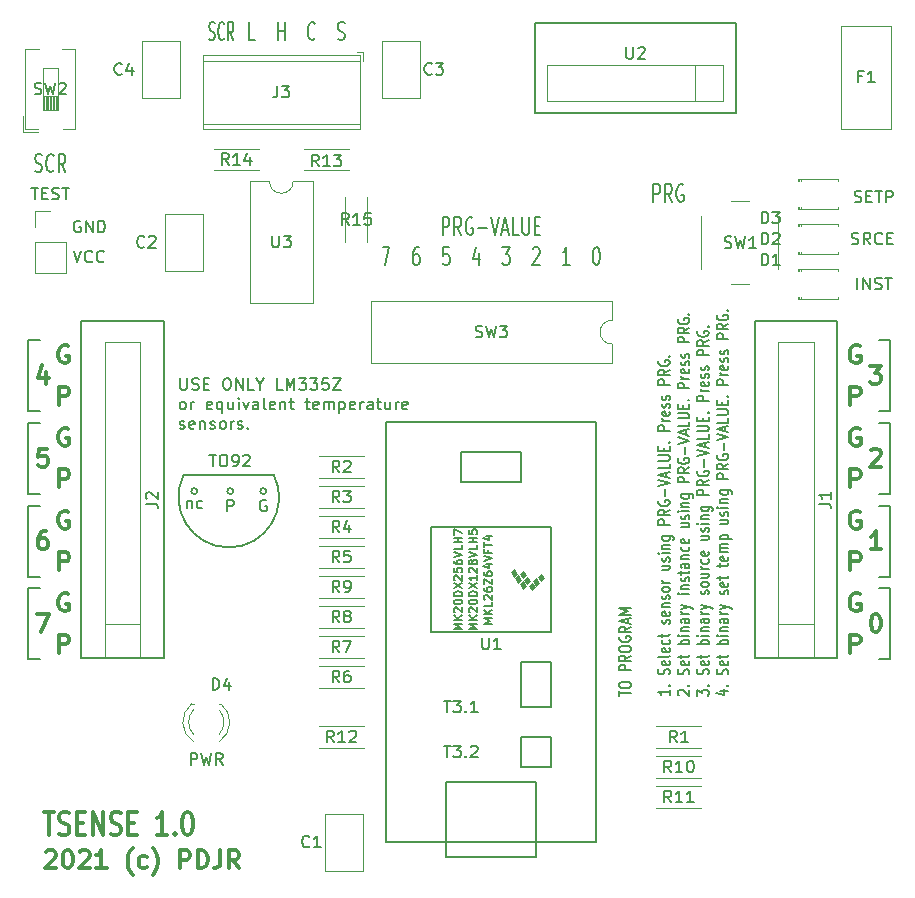
<source format=gto>
G04 #@! TF.GenerationSoftware,KiCad,Pcbnew,5.1.9-73d0e3b20d~88~ubuntu20.04.1*
G04 #@! TF.CreationDate,2021-04-08T14:20:02+01:00*
G04 #@! TF.ProjectId,tsense-1.0,7473656e-7365-42d3-912e-302e6b696361,1.0*
G04 #@! TF.SameCoordinates,Original*
G04 #@! TF.FileFunction,Legend,Top*
G04 #@! TF.FilePolarity,Positive*
%FSLAX46Y46*%
G04 Gerber Fmt 4.6, Leading zero omitted, Abs format (unit mm)*
G04 Created by KiCad (PCBNEW 5.1.9-73d0e3b20d~88~ubuntu20.04.1) date 2021-04-08 14:20:02*
%MOMM*%
%LPD*%
G01*
G04 APERTURE LIST*
%ADD10C,0.150000*%
%ADD11C,0.300000*%
%ADD12C,0.200000*%
%ADD13C,0.120000*%
%ADD14C,0.100000*%
G04 APERTURE END LIST*
D10*
X152340095Y-124674380D02*
X152911523Y-124674380D01*
X152625809Y-125674380D02*
X152625809Y-124674380D01*
X153435333Y-124674380D02*
X153625809Y-124674380D01*
X153721047Y-124722000D01*
X153816285Y-124817238D01*
X153863904Y-125007714D01*
X153863904Y-125341047D01*
X153816285Y-125531523D01*
X153721047Y-125626761D01*
X153625809Y-125674380D01*
X153435333Y-125674380D01*
X153340095Y-125626761D01*
X153244857Y-125531523D01*
X153197238Y-125341047D01*
X153197238Y-125007714D01*
X153244857Y-124817238D01*
X153340095Y-124722000D01*
X153435333Y-124674380D01*
X154340095Y-125674380D02*
X154530571Y-125674380D01*
X154625809Y-125626761D01*
X154673428Y-125579142D01*
X154768666Y-125436285D01*
X154816285Y-125245809D01*
X154816285Y-124864857D01*
X154768666Y-124769619D01*
X154721047Y-124722000D01*
X154625809Y-124674380D01*
X154435333Y-124674380D01*
X154340095Y-124722000D01*
X154292476Y-124769619D01*
X154244857Y-124864857D01*
X154244857Y-125102952D01*
X154292476Y-125198190D01*
X154340095Y-125245809D01*
X154435333Y-125293428D01*
X154625809Y-125293428D01*
X154721047Y-125245809D01*
X154768666Y-125198190D01*
X154816285Y-125102952D01*
X155197238Y-124769619D02*
X155244857Y-124722000D01*
X155340095Y-124674380D01*
X155578190Y-124674380D01*
X155673428Y-124722000D01*
X155721047Y-124769619D01*
X155768666Y-124864857D01*
X155768666Y-124960095D01*
X155721047Y-125102952D01*
X155149619Y-125674380D01*
X155768666Y-125674380D01*
X150411142Y-128563714D02*
X150411142Y-129230380D01*
X150411142Y-128658952D02*
X150458761Y-128611333D01*
X150554000Y-128563714D01*
X150696857Y-128563714D01*
X150792095Y-128611333D01*
X150839714Y-128706571D01*
X150839714Y-129230380D01*
X151744476Y-129182761D02*
X151649238Y-129230380D01*
X151458761Y-129230380D01*
X151363523Y-129182761D01*
X151315904Y-129135142D01*
X151268285Y-129039904D01*
X151268285Y-128754190D01*
X151315904Y-128658952D01*
X151363523Y-128611333D01*
X151458761Y-128563714D01*
X151649238Y-128563714D01*
X151744476Y-128611333D01*
X153840095Y-129484380D02*
X153840095Y-128484380D01*
X154221047Y-128484380D01*
X154316285Y-128532000D01*
X154363904Y-128579619D01*
X154411523Y-128674857D01*
X154411523Y-128817714D01*
X154363904Y-128912952D01*
X154316285Y-128960571D01*
X154221047Y-129008190D01*
X153840095Y-129008190D01*
X157157904Y-128532000D02*
X157062666Y-128484380D01*
X156919809Y-128484380D01*
X156776952Y-128532000D01*
X156681714Y-128627238D01*
X156634095Y-128722476D01*
X156586476Y-128912952D01*
X156586476Y-129055809D01*
X156634095Y-129246285D01*
X156681714Y-129341523D01*
X156776952Y-129436761D01*
X156919809Y-129484380D01*
X157015047Y-129484380D01*
X157157904Y-129436761D01*
X157205523Y-129389142D01*
X157205523Y-129055809D01*
X157015047Y-129055809D01*
X157150000Y-127762000D02*
G75*
G03*
X157150000Y-127762000I-254000J0D01*
G01*
X151308000Y-127762000D02*
G75*
G03*
X151308000Y-127762000I-254000J0D01*
G01*
X154356000Y-127762000D02*
G75*
G03*
X154356000Y-127762000I-254000J0D01*
G01*
X157784998Y-126365000D02*
G75*
G02*
X150165001Y-126365001I-3809998J-1905000D01*
G01*
X150165000Y-126365000D02*
X157785000Y-126365000D01*
X149865595Y-118198380D02*
X149865595Y-119007904D01*
X149913214Y-119103142D01*
X149960833Y-119150761D01*
X150056071Y-119198380D01*
X150246547Y-119198380D01*
X150341785Y-119150761D01*
X150389404Y-119103142D01*
X150437023Y-119007904D01*
X150437023Y-118198380D01*
X150865595Y-119150761D02*
X151008452Y-119198380D01*
X151246547Y-119198380D01*
X151341785Y-119150761D01*
X151389404Y-119103142D01*
X151437023Y-119007904D01*
X151437023Y-118912666D01*
X151389404Y-118817428D01*
X151341785Y-118769809D01*
X151246547Y-118722190D01*
X151056071Y-118674571D01*
X150960833Y-118626952D01*
X150913214Y-118579333D01*
X150865595Y-118484095D01*
X150865595Y-118388857D01*
X150913214Y-118293619D01*
X150960833Y-118246000D01*
X151056071Y-118198380D01*
X151294166Y-118198380D01*
X151437023Y-118246000D01*
X151865595Y-118674571D02*
X152198928Y-118674571D01*
X152341785Y-119198380D02*
X151865595Y-119198380D01*
X151865595Y-118198380D01*
X152341785Y-118198380D01*
X153722738Y-118198380D02*
X153913214Y-118198380D01*
X154008452Y-118246000D01*
X154103690Y-118341238D01*
X154151309Y-118531714D01*
X154151309Y-118865047D01*
X154103690Y-119055523D01*
X154008452Y-119150761D01*
X153913214Y-119198380D01*
X153722738Y-119198380D01*
X153627500Y-119150761D01*
X153532261Y-119055523D01*
X153484642Y-118865047D01*
X153484642Y-118531714D01*
X153532261Y-118341238D01*
X153627500Y-118246000D01*
X153722738Y-118198380D01*
X154579880Y-119198380D02*
X154579880Y-118198380D01*
X155151309Y-119198380D01*
X155151309Y-118198380D01*
X156103690Y-119198380D02*
X155627500Y-119198380D01*
X155627500Y-118198380D01*
X156627500Y-118722190D02*
X156627500Y-119198380D01*
X156294166Y-118198380D02*
X156627500Y-118722190D01*
X156960833Y-118198380D01*
X158532261Y-119198380D02*
X158056071Y-119198380D01*
X158056071Y-118198380D01*
X158865595Y-119198380D02*
X158865595Y-118198380D01*
X159198928Y-118912666D01*
X159532261Y-118198380D01*
X159532261Y-119198380D01*
X159913214Y-118198380D02*
X160532261Y-118198380D01*
X160198928Y-118579333D01*
X160341785Y-118579333D01*
X160437023Y-118626952D01*
X160484642Y-118674571D01*
X160532261Y-118769809D01*
X160532261Y-119007904D01*
X160484642Y-119103142D01*
X160437023Y-119150761D01*
X160341785Y-119198380D01*
X160056071Y-119198380D01*
X159960833Y-119150761D01*
X159913214Y-119103142D01*
X160865595Y-118198380D02*
X161484642Y-118198380D01*
X161151309Y-118579333D01*
X161294166Y-118579333D01*
X161389404Y-118626952D01*
X161437023Y-118674571D01*
X161484642Y-118769809D01*
X161484642Y-119007904D01*
X161437023Y-119103142D01*
X161389404Y-119150761D01*
X161294166Y-119198380D01*
X161008452Y-119198380D01*
X160913214Y-119150761D01*
X160865595Y-119103142D01*
X162389404Y-118198380D02*
X161913214Y-118198380D01*
X161865595Y-118674571D01*
X161913214Y-118626952D01*
X162008452Y-118579333D01*
X162246547Y-118579333D01*
X162341785Y-118626952D01*
X162389404Y-118674571D01*
X162437023Y-118769809D01*
X162437023Y-119007904D01*
X162389404Y-119103142D01*
X162341785Y-119150761D01*
X162246547Y-119198380D01*
X162008452Y-119198380D01*
X161913214Y-119150761D01*
X161865595Y-119103142D01*
X162770357Y-118198380D02*
X163437023Y-118198380D01*
X162770357Y-119198380D01*
X163437023Y-119198380D01*
X150008452Y-120848380D02*
X149913214Y-120800761D01*
X149865595Y-120753142D01*
X149817976Y-120657904D01*
X149817976Y-120372190D01*
X149865595Y-120276952D01*
X149913214Y-120229333D01*
X150008452Y-120181714D01*
X150151309Y-120181714D01*
X150246547Y-120229333D01*
X150294166Y-120276952D01*
X150341785Y-120372190D01*
X150341785Y-120657904D01*
X150294166Y-120753142D01*
X150246547Y-120800761D01*
X150151309Y-120848380D01*
X150008452Y-120848380D01*
X150770357Y-120848380D02*
X150770357Y-120181714D01*
X150770357Y-120372190D02*
X150817976Y-120276952D01*
X150865595Y-120229333D01*
X150960833Y-120181714D01*
X151056071Y-120181714D01*
X152532261Y-120800761D02*
X152437023Y-120848380D01*
X152246547Y-120848380D01*
X152151309Y-120800761D01*
X152103690Y-120705523D01*
X152103690Y-120324571D01*
X152151309Y-120229333D01*
X152246547Y-120181714D01*
X152437023Y-120181714D01*
X152532261Y-120229333D01*
X152579880Y-120324571D01*
X152579880Y-120419809D01*
X152103690Y-120515047D01*
X153437023Y-120181714D02*
X153437023Y-121181714D01*
X153437023Y-120800761D02*
X153341785Y-120848380D01*
X153151309Y-120848380D01*
X153056071Y-120800761D01*
X153008452Y-120753142D01*
X152960833Y-120657904D01*
X152960833Y-120372190D01*
X153008452Y-120276952D01*
X153056071Y-120229333D01*
X153151309Y-120181714D01*
X153341785Y-120181714D01*
X153437023Y-120229333D01*
X154341785Y-120181714D02*
X154341785Y-120848380D01*
X153913214Y-120181714D02*
X153913214Y-120705523D01*
X153960833Y-120800761D01*
X154056071Y-120848380D01*
X154198928Y-120848380D01*
X154294166Y-120800761D01*
X154341785Y-120753142D01*
X154817976Y-120848380D02*
X154817976Y-120181714D01*
X154817976Y-119848380D02*
X154770357Y-119896000D01*
X154817976Y-119943619D01*
X154865595Y-119896000D01*
X154817976Y-119848380D01*
X154817976Y-119943619D01*
X155198928Y-120181714D02*
X155437023Y-120848380D01*
X155675119Y-120181714D01*
X156484642Y-120848380D02*
X156484642Y-120324571D01*
X156437023Y-120229333D01*
X156341785Y-120181714D01*
X156151309Y-120181714D01*
X156056071Y-120229333D01*
X156484642Y-120800761D02*
X156389404Y-120848380D01*
X156151309Y-120848380D01*
X156056071Y-120800761D01*
X156008452Y-120705523D01*
X156008452Y-120610285D01*
X156056071Y-120515047D01*
X156151309Y-120467428D01*
X156389404Y-120467428D01*
X156484642Y-120419809D01*
X157103690Y-120848380D02*
X157008452Y-120800761D01*
X156960833Y-120705523D01*
X156960833Y-119848380D01*
X157865595Y-120800761D02*
X157770357Y-120848380D01*
X157579880Y-120848380D01*
X157484642Y-120800761D01*
X157437023Y-120705523D01*
X157437023Y-120324571D01*
X157484642Y-120229333D01*
X157579880Y-120181714D01*
X157770357Y-120181714D01*
X157865595Y-120229333D01*
X157913214Y-120324571D01*
X157913214Y-120419809D01*
X157437023Y-120515047D01*
X158341785Y-120181714D02*
X158341785Y-120848380D01*
X158341785Y-120276952D02*
X158389404Y-120229333D01*
X158484642Y-120181714D01*
X158627500Y-120181714D01*
X158722738Y-120229333D01*
X158770357Y-120324571D01*
X158770357Y-120848380D01*
X159103690Y-120181714D02*
X159484642Y-120181714D01*
X159246547Y-119848380D02*
X159246547Y-120705523D01*
X159294166Y-120800761D01*
X159389404Y-120848380D01*
X159484642Y-120848380D01*
X160437023Y-120181714D02*
X160817976Y-120181714D01*
X160579880Y-119848380D02*
X160579880Y-120705523D01*
X160627500Y-120800761D01*
X160722738Y-120848380D01*
X160817976Y-120848380D01*
X161532261Y-120800761D02*
X161437023Y-120848380D01*
X161246547Y-120848380D01*
X161151309Y-120800761D01*
X161103690Y-120705523D01*
X161103690Y-120324571D01*
X161151309Y-120229333D01*
X161246547Y-120181714D01*
X161437023Y-120181714D01*
X161532261Y-120229333D01*
X161579880Y-120324571D01*
X161579880Y-120419809D01*
X161103690Y-120515047D01*
X162008452Y-120848380D02*
X162008452Y-120181714D01*
X162008452Y-120276952D02*
X162056071Y-120229333D01*
X162151309Y-120181714D01*
X162294166Y-120181714D01*
X162389404Y-120229333D01*
X162437023Y-120324571D01*
X162437023Y-120848380D01*
X162437023Y-120324571D02*
X162484642Y-120229333D01*
X162579880Y-120181714D01*
X162722738Y-120181714D01*
X162817976Y-120229333D01*
X162865595Y-120324571D01*
X162865595Y-120848380D01*
X163341785Y-120181714D02*
X163341785Y-121181714D01*
X163341785Y-120229333D02*
X163437023Y-120181714D01*
X163627500Y-120181714D01*
X163722738Y-120229333D01*
X163770357Y-120276952D01*
X163817976Y-120372190D01*
X163817976Y-120657904D01*
X163770357Y-120753142D01*
X163722738Y-120800761D01*
X163627500Y-120848380D01*
X163437023Y-120848380D01*
X163341785Y-120800761D01*
X164627500Y-120800761D02*
X164532261Y-120848380D01*
X164341785Y-120848380D01*
X164246547Y-120800761D01*
X164198928Y-120705523D01*
X164198928Y-120324571D01*
X164246547Y-120229333D01*
X164341785Y-120181714D01*
X164532261Y-120181714D01*
X164627500Y-120229333D01*
X164675119Y-120324571D01*
X164675119Y-120419809D01*
X164198928Y-120515047D01*
X165103690Y-120848380D02*
X165103690Y-120181714D01*
X165103690Y-120372190D02*
X165151309Y-120276952D01*
X165198928Y-120229333D01*
X165294166Y-120181714D01*
X165389404Y-120181714D01*
X166151309Y-120848380D02*
X166151309Y-120324571D01*
X166103690Y-120229333D01*
X166008452Y-120181714D01*
X165817976Y-120181714D01*
X165722738Y-120229333D01*
X166151309Y-120800761D02*
X166056071Y-120848380D01*
X165817976Y-120848380D01*
X165722738Y-120800761D01*
X165675119Y-120705523D01*
X165675119Y-120610285D01*
X165722738Y-120515047D01*
X165817976Y-120467428D01*
X166056071Y-120467428D01*
X166151309Y-120419809D01*
X166484642Y-120181714D02*
X166865595Y-120181714D01*
X166627500Y-119848380D02*
X166627500Y-120705523D01*
X166675119Y-120800761D01*
X166770357Y-120848380D01*
X166865595Y-120848380D01*
X167627500Y-120181714D02*
X167627500Y-120848380D01*
X167198928Y-120181714D02*
X167198928Y-120705523D01*
X167246547Y-120800761D01*
X167341785Y-120848380D01*
X167484642Y-120848380D01*
X167579880Y-120800761D01*
X167627500Y-120753142D01*
X168103690Y-120848380D02*
X168103690Y-120181714D01*
X168103690Y-120372190D02*
X168151309Y-120276952D01*
X168198928Y-120229333D01*
X168294166Y-120181714D01*
X168389404Y-120181714D01*
X169103690Y-120800761D02*
X169008452Y-120848380D01*
X168817976Y-120848380D01*
X168722738Y-120800761D01*
X168675119Y-120705523D01*
X168675119Y-120324571D01*
X168722738Y-120229333D01*
X168817976Y-120181714D01*
X169008452Y-120181714D01*
X169103690Y-120229333D01*
X169151309Y-120324571D01*
X169151309Y-120419809D01*
X168675119Y-120515047D01*
X149817976Y-122450761D02*
X149913214Y-122498380D01*
X150103690Y-122498380D01*
X150198928Y-122450761D01*
X150246547Y-122355523D01*
X150246547Y-122307904D01*
X150198928Y-122212666D01*
X150103690Y-122165047D01*
X149960833Y-122165047D01*
X149865595Y-122117428D01*
X149817976Y-122022190D01*
X149817976Y-121974571D01*
X149865595Y-121879333D01*
X149960833Y-121831714D01*
X150103690Y-121831714D01*
X150198928Y-121879333D01*
X151056071Y-122450761D02*
X150960833Y-122498380D01*
X150770357Y-122498380D01*
X150675119Y-122450761D01*
X150627500Y-122355523D01*
X150627500Y-121974571D01*
X150675119Y-121879333D01*
X150770357Y-121831714D01*
X150960833Y-121831714D01*
X151056071Y-121879333D01*
X151103690Y-121974571D01*
X151103690Y-122069809D01*
X150627500Y-122165047D01*
X151532261Y-121831714D02*
X151532261Y-122498380D01*
X151532261Y-121926952D02*
X151579880Y-121879333D01*
X151675119Y-121831714D01*
X151817976Y-121831714D01*
X151913214Y-121879333D01*
X151960833Y-121974571D01*
X151960833Y-122498380D01*
X152389404Y-122450761D02*
X152484642Y-122498380D01*
X152675119Y-122498380D01*
X152770357Y-122450761D01*
X152817976Y-122355523D01*
X152817976Y-122307904D01*
X152770357Y-122212666D01*
X152675119Y-122165047D01*
X152532261Y-122165047D01*
X152437023Y-122117428D01*
X152389404Y-122022190D01*
X152389404Y-121974571D01*
X152437023Y-121879333D01*
X152532261Y-121831714D01*
X152675119Y-121831714D01*
X152770357Y-121879333D01*
X153389404Y-122498380D02*
X153294166Y-122450761D01*
X153246547Y-122403142D01*
X153198928Y-122307904D01*
X153198928Y-122022190D01*
X153246547Y-121926952D01*
X153294166Y-121879333D01*
X153389404Y-121831714D01*
X153532261Y-121831714D01*
X153627500Y-121879333D01*
X153675119Y-121926952D01*
X153722738Y-122022190D01*
X153722738Y-122307904D01*
X153675119Y-122403142D01*
X153627500Y-122450761D01*
X153532261Y-122498380D01*
X153389404Y-122498380D01*
X154151309Y-122498380D02*
X154151309Y-121831714D01*
X154151309Y-122022190D02*
X154198928Y-121926952D01*
X154246547Y-121879333D01*
X154341785Y-121831714D01*
X154437023Y-121831714D01*
X154722738Y-122450761D02*
X154817976Y-122498380D01*
X155008452Y-122498380D01*
X155103690Y-122450761D01*
X155151309Y-122355523D01*
X155151309Y-122307904D01*
X155103690Y-122212666D01*
X155008452Y-122165047D01*
X154865595Y-122165047D01*
X154770357Y-122117428D01*
X154722738Y-122022190D01*
X154722738Y-121974571D01*
X154770357Y-121879333D01*
X154865595Y-121831714D01*
X155008452Y-121831714D01*
X155103690Y-121879333D01*
X155579880Y-122403142D02*
X155627500Y-122450761D01*
X155579880Y-122498380D01*
X155532261Y-122450761D01*
X155579880Y-122403142D01*
X155579880Y-122498380D01*
X140830666Y-107402380D02*
X141164000Y-108402380D01*
X141497333Y-107402380D01*
X142402095Y-108307142D02*
X142354476Y-108354761D01*
X142211619Y-108402380D01*
X142116380Y-108402380D01*
X141973523Y-108354761D01*
X141878285Y-108259523D01*
X141830666Y-108164285D01*
X141783047Y-107973809D01*
X141783047Y-107830952D01*
X141830666Y-107640476D01*
X141878285Y-107545238D01*
X141973523Y-107450000D01*
X142116380Y-107402380D01*
X142211619Y-107402380D01*
X142354476Y-107450000D01*
X142402095Y-107497619D01*
X143402095Y-108307142D02*
X143354476Y-108354761D01*
X143211619Y-108402380D01*
X143116380Y-108402380D01*
X142973523Y-108354761D01*
X142878285Y-108259523D01*
X142830666Y-108164285D01*
X142783047Y-107973809D01*
X142783047Y-107830952D01*
X142830666Y-107640476D01*
X142878285Y-107545238D01*
X142973523Y-107450000D01*
X143116380Y-107402380D01*
X143211619Y-107402380D01*
X143354476Y-107450000D01*
X143402095Y-107497619D01*
X141402095Y-104910000D02*
X141306857Y-104862380D01*
X141164000Y-104862380D01*
X141021142Y-104910000D01*
X140925904Y-105005238D01*
X140878285Y-105100476D01*
X140830666Y-105290952D01*
X140830666Y-105433809D01*
X140878285Y-105624285D01*
X140925904Y-105719523D01*
X141021142Y-105814761D01*
X141164000Y-105862380D01*
X141259238Y-105862380D01*
X141402095Y-105814761D01*
X141449714Y-105767142D01*
X141449714Y-105433809D01*
X141259238Y-105433809D01*
X141878285Y-105862380D02*
X141878285Y-104862380D01*
X142449714Y-105862380D01*
X142449714Y-104862380D01*
X142925904Y-105862380D02*
X142925904Y-104862380D01*
X143164000Y-104862380D01*
X143306857Y-104910000D01*
X143402095Y-105005238D01*
X143449714Y-105100476D01*
X143497333Y-105290952D01*
X143497333Y-105433809D01*
X143449714Y-105624285D01*
X143402095Y-105719523D01*
X143306857Y-105814761D01*
X143164000Y-105862380D01*
X142925904Y-105862380D01*
X187021380Y-145114309D02*
X187021380Y-144657166D01*
X188021380Y-144885738D02*
X187021380Y-144885738D01*
X187021380Y-144238119D02*
X187021380Y-144085738D01*
X187069000Y-144009547D01*
X187164238Y-143933357D01*
X187354714Y-143895261D01*
X187688047Y-143895261D01*
X187878523Y-143933357D01*
X187973761Y-144009547D01*
X188021380Y-144085738D01*
X188021380Y-144238119D01*
X187973761Y-144314309D01*
X187878523Y-144390500D01*
X187688047Y-144428595D01*
X187354714Y-144428595D01*
X187164238Y-144390500D01*
X187069000Y-144314309D01*
X187021380Y-144238119D01*
X188021380Y-142942880D02*
X187021380Y-142942880D01*
X187021380Y-142638119D01*
X187069000Y-142561928D01*
X187116619Y-142523833D01*
X187211857Y-142485738D01*
X187354714Y-142485738D01*
X187449952Y-142523833D01*
X187497571Y-142561928D01*
X187545190Y-142638119D01*
X187545190Y-142942880D01*
X188021380Y-141685738D02*
X187545190Y-141952404D01*
X188021380Y-142142880D02*
X187021380Y-142142880D01*
X187021380Y-141838119D01*
X187069000Y-141761928D01*
X187116619Y-141723833D01*
X187211857Y-141685738D01*
X187354714Y-141685738D01*
X187449952Y-141723833D01*
X187497571Y-141761928D01*
X187545190Y-141838119D01*
X187545190Y-142142880D01*
X187021380Y-141190500D02*
X187021380Y-141038119D01*
X187069000Y-140961928D01*
X187164238Y-140885738D01*
X187354714Y-140847642D01*
X187688047Y-140847642D01*
X187878523Y-140885738D01*
X187973761Y-140961928D01*
X188021380Y-141038119D01*
X188021380Y-141190500D01*
X187973761Y-141266690D01*
X187878523Y-141342880D01*
X187688047Y-141380976D01*
X187354714Y-141380976D01*
X187164238Y-141342880D01*
X187069000Y-141266690D01*
X187021380Y-141190500D01*
X187069000Y-140085738D02*
X187021380Y-140161928D01*
X187021380Y-140276214D01*
X187069000Y-140390500D01*
X187164238Y-140466690D01*
X187259476Y-140504785D01*
X187449952Y-140542880D01*
X187592809Y-140542880D01*
X187783285Y-140504785D01*
X187878523Y-140466690D01*
X187973761Y-140390500D01*
X188021380Y-140276214D01*
X188021380Y-140200023D01*
X187973761Y-140085738D01*
X187926142Y-140047642D01*
X187592809Y-140047642D01*
X187592809Y-140200023D01*
X188021380Y-139247642D02*
X187545190Y-139514309D01*
X188021380Y-139704785D02*
X187021380Y-139704785D01*
X187021380Y-139400023D01*
X187069000Y-139323833D01*
X187116619Y-139285738D01*
X187211857Y-139247642D01*
X187354714Y-139247642D01*
X187449952Y-139285738D01*
X187497571Y-139323833D01*
X187545190Y-139400023D01*
X187545190Y-139704785D01*
X187735666Y-138942880D02*
X187735666Y-138561928D01*
X188021380Y-139019071D02*
X187021380Y-138752404D01*
X188021380Y-138485738D01*
X188021380Y-138219071D02*
X187021380Y-138219071D01*
X187735666Y-137952404D01*
X187021380Y-137685738D01*
X188021380Y-137685738D01*
X191321380Y-144580976D02*
X191321380Y-145038119D01*
X191321380Y-144809547D02*
X190321380Y-144809547D01*
X190464238Y-144885738D01*
X190559476Y-144961928D01*
X190607095Y-145038119D01*
X191226142Y-144238119D02*
X191273761Y-144200023D01*
X191321380Y-144238119D01*
X191273761Y-144276214D01*
X191226142Y-144238119D01*
X191321380Y-144238119D01*
X191273761Y-143285738D02*
X191321380Y-143171452D01*
X191321380Y-142980976D01*
X191273761Y-142904785D01*
X191226142Y-142866690D01*
X191130904Y-142828595D01*
X191035666Y-142828595D01*
X190940428Y-142866690D01*
X190892809Y-142904785D01*
X190845190Y-142980976D01*
X190797571Y-143133357D01*
X190749952Y-143209547D01*
X190702333Y-143247642D01*
X190607095Y-143285738D01*
X190511857Y-143285738D01*
X190416619Y-143247642D01*
X190369000Y-143209547D01*
X190321380Y-143133357D01*
X190321380Y-142942880D01*
X190369000Y-142828595D01*
X191273761Y-142180976D02*
X191321380Y-142257166D01*
X191321380Y-142409547D01*
X191273761Y-142485738D01*
X191178523Y-142523833D01*
X190797571Y-142523833D01*
X190702333Y-142485738D01*
X190654714Y-142409547D01*
X190654714Y-142257166D01*
X190702333Y-142180976D01*
X190797571Y-142142880D01*
X190892809Y-142142880D01*
X190988047Y-142523833D01*
X191321380Y-141685738D02*
X191273761Y-141761928D01*
X191178523Y-141800023D01*
X190321380Y-141800023D01*
X191273761Y-141076214D02*
X191321380Y-141152404D01*
X191321380Y-141304785D01*
X191273761Y-141380976D01*
X191178523Y-141419071D01*
X190797571Y-141419071D01*
X190702333Y-141380976D01*
X190654714Y-141304785D01*
X190654714Y-141152404D01*
X190702333Y-141076214D01*
X190797571Y-141038119D01*
X190892809Y-141038119D01*
X190988047Y-141419071D01*
X191273761Y-140352404D02*
X191321380Y-140428595D01*
X191321380Y-140580976D01*
X191273761Y-140657166D01*
X191226142Y-140695261D01*
X191130904Y-140733357D01*
X190845190Y-140733357D01*
X190749952Y-140695261D01*
X190702333Y-140657166D01*
X190654714Y-140580976D01*
X190654714Y-140428595D01*
X190702333Y-140352404D01*
X190654714Y-140123833D02*
X190654714Y-139819071D01*
X190321380Y-140009547D02*
X191178523Y-140009547D01*
X191273761Y-139971452D01*
X191321380Y-139895261D01*
X191321380Y-139819071D01*
X191273761Y-138980976D02*
X191321380Y-138904785D01*
X191321380Y-138752404D01*
X191273761Y-138676214D01*
X191178523Y-138638119D01*
X191130904Y-138638119D01*
X191035666Y-138676214D01*
X190988047Y-138752404D01*
X190988047Y-138866690D01*
X190940428Y-138942880D01*
X190845190Y-138980976D01*
X190797571Y-138980976D01*
X190702333Y-138942880D01*
X190654714Y-138866690D01*
X190654714Y-138752404D01*
X190702333Y-138676214D01*
X191273761Y-137990500D02*
X191321380Y-138066690D01*
X191321380Y-138219071D01*
X191273761Y-138295261D01*
X191178523Y-138333357D01*
X190797571Y-138333357D01*
X190702333Y-138295261D01*
X190654714Y-138219071D01*
X190654714Y-138066690D01*
X190702333Y-137990500D01*
X190797571Y-137952404D01*
X190892809Y-137952404D01*
X190988047Y-138333357D01*
X190654714Y-137609547D02*
X191321380Y-137609547D01*
X190749952Y-137609547D02*
X190702333Y-137571452D01*
X190654714Y-137495261D01*
X190654714Y-137380976D01*
X190702333Y-137304785D01*
X190797571Y-137266690D01*
X191321380Y-137266690D01*
X191273761Y-136923833D02*
X191321380Y-136847642D01*
X191321380Y-136695261D01*
X191273761Y-136619071D01*
X191178523Y-136580976D01*
X191130904Y-136580976D01*
X191035666Y-136619071D01*
X190988047Y-136695261D01*
X190988047Y-136809547D01*
X190940428Y-136885738D01*
X190845190Y-136923833D01*
X190797571Y-136923833D01*
X190702333Y-136885738D01*
X190654714Y-136809547D01*
X190654714Y-136695261D01*
X190702333Y-136619071D01*
X191321380Y-136123833D02*
X191273761Y-136200023D01*
X191226142Y-136238119D01*
X191130904Y-136276214D01*
X190845190Y-136276214D01*
X190749952Y-136238119D01*
X190702333Y-136200023D01*
X190654714Y-136123833D01*
X190654714Y-136009547D01*
X190702333Y-135933357D01*
X190749952Y-135895261D01*
X190845190Y-135857166D01*
X191130904Y-135857166D01*
X191226142Y-135895261D01*
X191273761Y-135933357D01*
X191321380Y-136009547D01*
X191321380Y-136123833D01*
X191321380Y-135514309D02*
X190654714Y-135514309D01*
X190845190Y-135514309D02*
X190749952Y-135476214D01*
X190702333Y-135438119D01*
X190654714Y-135361928D01*
X190654714Y-135285738D01*
X190654714Y-134066690D02*
X191321380Y-134066690D01*
X190654714Y-134409547D02*
X191178523Y-134409547D01*
X191273761Y-134371452D01*
X191321380Y-134295261D01*
X191321380Y-134180976D01*
X191273761Y-134104785D01*
X191226142Y-134066690D01*
X191273761Y-133723833D02*
X191321380Y-133647642D01*
X191321380Y-133495261D01*
X191273761Y-133419071D01*
X191178523Y-133380976D01*
X191130904Y-133380976D01*
X191035666Y-133419071D01*
X190988047Y-133495261D01*
X190988047Y-133609547D01*
X190940428Y-133685738D01*
X190845190Y-133723833D01*
X190797571Y-133723833D01*
X190702333Y-133685738D01*
X190654714Y-133609547D01*
X190654714Y-133495261D01*
X190702333Y-133419071D01*
X191321380Y-133038119D02*
X190654714Y-133038119D01*
X190321380Y-133038119D02*
X190369000Y-133076214D01*
X190416619Y-133038119D01*
X190369000Y-133000023D01*
X190321380Y-133038119D01*
X190416619Y-133038119D01*
X190654714Y-132657166D02*
X191321380Y-132657166D01*
X190749952Y-132657166D02*
X190702333Y-132619071D01*
X190654714Y-132542880D01*
X190654714Y-132428595D01*
X190702333Y-132352404D01*
X190797571Y-132314309D01*
X191321380Y-132314309D01*
X190654714Y-131590500D02*
X191464238Y-131590500D01*
X191559476Y-131628595D01*
X191607095Y-131666690D01*
X191654714Y-131742880D01*
X191654714Y-131857166D01*
X191607095Y-131933357D01*
X191273761Y-131590500D02*
X191321380Y-131666690D01*
X191321380Y-131819071D01*
X191273761Y-131895261D01*
X191226142Y-131933357D01*
X191130904Y-131971452D01*
X190845190Y-131971452D01*
X190749952Y-131933357D01*
X190702333Y-131895261D01*
X190654714Y-131819071D01*
X190654714Y-131666690D01*
X190702333Y-131590500D01*
X191321380Y-130600023D02*
X190321380Y-130600023D01*
X190321380Y-130295261D01*
X190369000Y-130219071D01*
X190416619Y-130180976D01*
X190511857Y-130142880D01*
X190654714Y-130142880D01*
X190749952Y-130180976D01*
X190797571Y-130219071D01*
X190845190Y-130295261D01*
X190845190Y-130600023D01*
X191321380Y-129342880D02*
X190845190Y-129609547D01*
X191321380Y-129800023D02*
X190321380Y-129800023D01*
X190321380Y-129495261D01*
X190369000Y-129419071D01*
X190416619Y-129380976D01*
X190511857Y-129342880D01*
X190654714Y-129342880D01*
X190749952Y-129380976D01*
X190797571Y-129419071D01*
X190845190Y-129495261D01*
X190845190Y-129800023D01*
X190369000Y-128580976D02*
X190321380Y-128657166D01*
X190321380Y-128771452D01*
X190369000Y-128885738D01*
X190464238Y-128961928D01*
X190559476Y-129000023D01*
X190749952Y-129038119D01*
X190892809Y-129038119D01*
X191083285Y-129000023D01*
X191178523Y-128961928D01*
X191273761Y-128885738D01*
X191321380Y-128771452D01*
X191321380Y-128695261D01*
X191273761Y-128580976D01*
X191226142Y-128542880D01*
X190892809Y-128542880D01*
X190892809Y-128695261D01*
X190940428Y-128200023D02*
X190940428Y-127590500D01*
X190321380Y-127323833D02*
X191321380Y-127057166D01*
X190321380Y-126790500D01*
X191035666Y-126561928D02*
X191035666Y-126180976D01*
X191321380Y-126638119D02*
X190321380Y-126371452D01*
X191321380Y-126104785D01*
X191321380Y-125457166D02*
X191321380Y-125838119D01*
X190321380Y-125838119D01*
X190321380Y-125190500D02*
X191130904Y-125190500D01*
X191226142Y-125152404D01*
X191273761Y-125114309D01*
X191321380Y-125038119D01*
X191321380Y-124885738D01*
X191273761Y-124809547D01*
X191226142Y-124771452D01*
X191130904Y-124733357D01*
X190321380Y-124733357D01*
X190797571Y-124352404D02*
X190797571Y-124085738D01*
X191321380Y-123971452D02*
X191321380Y-124352404D01*
X190321380Y-124352404D01*
X190321380Y-123971452D01*
X191226142Y-123628595D02*
X191273761Y-123590500D01*
X191321380Y-123628595D01*
X191273761Y-123666690D01*
X191226142Y-123628595D01*
X191321380Y-123628595D01*
X191321380Y-122638119D02*
X190321380Y-122638119D01*
X190321380Y-122333357D01*
X190369000Y-122257166D01*
X190416619Y-122219071D01*
X190511857Y-122180976D01*
X190654714Y-122180976D01*
X190749952Y-122219071D01*
X190797571Y-122257166D01*
X190845190Y-122333357D01*
X190845190Y-122638119D01*
X191321380Y-121838119D02*
X190654714Y-121838119D01*
X190845190Y-121838119D02*
X190749952Y-121800023D01*
X190702333Y-121761928D01*
X190654714Y-121685738D01*
X190654714Y-121609547D01*
X191273761Y-121038119D02*
X191321380Y-121114309D01*
X191321380Y-121266690D01*
X191273761Y-121342880D01*
X191178523Y-121380976D01*
X190797571Y-121380976D01*
X190702333Y-121342880D01*
X190654714Y-121266690D01*
X190654714Y-121114309D01*
X190702333Y-121038119D01*
X190797571Y-121000023D01*
X190892809Y-121000023D01*
X190988047Y-121380976D01*
X191273761Y-120695261D02*
X191321380Y-120619071D01*
X191321380Y-120466690D01*
X191273761Y-120390500D01*
X191178523Y-120352404D01*
X191130904Y-120352404D01*
X191035666Y-120390500D01*
X190988047Y-120466690D01*
X190988047Y-120580976D01*
X190940428Y-120657166D01*
X190845190Y-120695261D01*
X190797571Y-120695261D01*
X190702333Y-120657166D01*
X190654714Y-120580976D01*
X190654714Y-120466690D01*
X190702333Y-120390500D01*
X191273761Y-120047642D02*
X191321380Y-119971452D01*
X191321380Y-119819071D01*
X191273761Y-119742880D01*
X191178523Y-119704785D01*
X191130904Y-119704785D01*
X191035666Y-119742880D01*
X190988047Y-119819071D01*
X190988047Y-119933357D01*
X190940428Y-120009547D01*
X190845190Y-120047642D01*
X190797571Y-120047642D01*
X190702333Y-120009547D01*
X190654714Y-119933357D01*
X190654714Y-119819071D01*
X190702333Y-119742880D01*
X191321380Y-118752404D02*
X190321380Y-118752404D01*
X190321380Y-118447642D01*
X190369000Y-118371452D01*
X190416619Y-118333357D01*
X190511857Y-118295261D01*
X190654714Y-118295261D01*
X190749952Y-118333357D01*
X190797571Y-118371452D01*
X190845190Y-118447642D01*
X190845190Y-118752404D01*
X191321380Y-117495261D02*
X190845190Y-117761928D01*
X191321380Y-117952404D02*
X190321380Y-117952404D01*
X190321380Y-117647642D01*
X190369000Y-117571452D01*
X190416619Y-117533357D01*
X190511857Y-117495261D01*
X190654714Y-117495261D01*
X190749952Y-117533357D01*
X190797571Y-117571452D01*
X190845190Y-117647642D01*
X190845190Y-117952404D01*
X190369000Y-116733357D02*
X190321380Y-116809547D01*
X190321380Y-116923833D01*
X190369000Y-117038119D01*
X190464238Y-117114309D01*
X190559476Y-117152404D01*
X190749952Y-117190500D01*
X190892809Y-117190500D01*
X191083285Y-117152404D01*
X191178523Y-117114309D01*
X191273761Y-117038119D01*
X191321380Y-116923833D01*
X191321380Y-116847642D01*
X191273761Y-116733357D01*
X191226142Y-116695261D01*
X190892809Y-116695261D01*
X190892809Y-116847642D01*
X191226142Y-116352404D02*
X191273761Y-116314309D01*
X191321380Y-116352404D01*
X191273761Y-116390500D01*
X191226142Y-116352404D01*
X191321380Y-116352404D01*
X192066619Y-145038119D02*
X192019000Y-145000023D01*
X191971380Y-144923833D01*
X191971380Y-144733357D01*
X192019000Y-144657166D01*
X192066619Y-144619071D01*
X192161857Y-144580976D01*
X192257095Y-144580976D01*
X192399952Y-144619071D01*
X192971380Y-145076214D01*
X192971380Y-144580976D01*
X192876142Y-144238119D02*
X192923761Y-144200023D01*
X192971380Y-144238119D01*
X192923761Y-144276214D01*
X192876142Y-144238119D01*
X192971380Y-144238119D01*
X192923761Y-143285738D02*
X192971380Y-143171452D01*
X192971380Y-142980976D01*
X192923761Y-142904785D01*
X192876142Y-142866690D01*
X192780904Y-142828595D01*
X192685666Y-142828595D01*
X192590428Y-142866690D01*
X192542809Y-142904785D01*
X192495190Y-142980976D01*
X192447571Y-143133357D01*
X192399952Y-143209547D01*
X192352333Y-143247642D01*
X192257095Y-143285738D01*
X192161857Y-143285738D01*
X192066619Y-143247642D01*
X192019000Y-143209547D01*
X191971380Y-143133357D01*
X191971380Y-142942880D01*
X192019000Y-142828595D01*
X192923761Y-142180976D02*
X192971380Y-142257166D01*
X192971380Y-142409547D01*
X192923761Y-142485738D01*
X192828523Y-142523833D01*
X192447571Y-142523833D01*
X192352333Y-142485738D01*
X192304714Y-142409547D01*
X192304714Y-142257166D01*
X192352333Y-142180976D01*
X192447571Y-142142880D01*
X192542809Y-142142880D01*
X192638047Y-142523833D01*
X192304714Y-141914309D02*
X192304714Y-141609547D01*
X191971380Y-141800023D02*
X192828523Y-141800023D01*
X192923761Y-141761928D01*
X192971380Y-141685738D01*
X192971380Y-141609547D01*
X192971380Y-140733357D02*
X191971380Y-140733357D01*
X192352333Y-140733357D02*
X192304714Y-140657166D01*
X192304714Y-140504785D01*
X192352333Y-140428595D01*
X192399952Y-140390500D01*
X192495190Y-140352404D01*
X192780904Y-140352404D01*
X192876142Y-140390500D01*
X192923761Y-140428595D01*
X192971380Y-140504785D01*
X192971380Y-140657166D01*
X192923761Y-140733357D01*
X192971380Y-140009547D02*
X192304714Y-140009547D01*
X191971380Y-140009547D02*
X192019000Y-140047642D01*
X192066619Y-140009547D01*
X192019000Y-139971452D01*
X191971380Y-140009547D01*
X192066619Y-140009547D01*
X192304714Y-139628595D02*
X192971380Y-139628595D01*
X192399952Y-139628595D02*
X192352333Y-139590500D01*
X192304714Y-139514309D01*
X192304714Y-139400023D01*
X192352333Y-139323833D01*
X192447571Y-139285738D01*
X192971380Y-139285738D01*
X192971380Y-138561928D02*
X192447571Y-138561928D01*
X192352333Y-138600023D01*
X192304714Y-138676214D01*
X192304714Y-138828595D01*
X192352333Y-138904785D01*
X192923761Y-138561928D02*
X192971380Y-138638119D01*
X192971380Y-138828595D01*
X192923761Y-138904785D01*
X192828523Y-138942880D01*
X192733285Y-138942880D01*
X192638047Y-138904785D01*
X192590428Y-138828595D01*
X192590428Y-138638119D01*
X192542809Y-138561928D01*
X192971380Y-138180976D02*
X192304714Y-138180976D01*
X192495190Y-138180976D02*
X192399952Y-138142880D01*
X192352333Y-138104785D01*
X192304714Y-138028595D01*
X192304714Y-137952404D01*
X192304714Y-137761928D02*
X192971380Y-137571452D01*
X192304714Y-137380976D02*
X192971380Y-137571452D01*
X193209476Y-137647642D01*
X193257095Y-137685738D01*
X193304714Y-137761928D01*
X192971380Y-136466690D02*
X192304714Y-136466690D01*
X191971380Y-136466690D02*
X192019000Y-136504785D01*
X192066619Y-136466690D01*
X192019000Y-136428595D01*
X191971380Y-136466690D01*
X192066619Y-136466690D01*
X192304714Y-136085738D02*
X192971380Y-136085738D01*
X192399952Y-136085738D02*
X192352333Y-136047642D01*
X192304714Y-135971452D01*
X192304714Y-135857166D01*
X192352333Y-135780976D01*
X192447571Y-135742880D01*
X192971380Y-135742880D01*
X192923761Y-135400023D02*
X192971380Y-135323833D01*
X192971380Y-135171452D01*
X192923761Y-135095261D01*
X192828523Y-135057166D01*
X192780904Y-135057166D01*
X192685666Y-135095261D01*
X192638047Y-135171452D01*
X192638047Y-135285738D01*
X192590428Y-135361928D01*
X192495190Y-135400023D01*
X192447571Y-135400023D01*
X192352333Y-135361928D01*
X192304714Y-135285738D01*
X192304714Y-135171452D01*
X192352333Y-135095261D01*
X192304714Y-134828595D02*
X192304714Y-134523833D01*
X191971380Y-134714309D02*
X192828523Y-134714309D01*
X192923761Y-134676214D01*
X192971380Y-134600023D01*
X192971380Y-134523833D01*
X192971380Y-133914309D02*
X192447571Y-133914309D01*
X192352333Y-133952404D01*
X192304714Y-134028595D01*
X192304714Y-134180976D01*
X192352333Y-134257166D01*
X192923761Y-133914309D02*
X192971380Y-133990500D01*
X192971380Y-134180976D01*
X192923761Y-134257166D01*
X192828523Y-134295261D01*
X192733285Y-134295261D01*
X192638047Y-134257166D01*
X192590428Y-134180976D01*
X192590428Y-133990500D01*
X192542809Y-133914309D01*
X192304714Y-133533357D02*
X192971380Y-133533357D01*
X192399952Y-133533357D02*
X192352333Y-133495261D01*
X192304714Y-133419071D01*
X192304714Y-133304785D01*
X192352333Y-133228595D01*
X192447571Y-133190500D01*
X192971380Y-133190500D01*
X192923761Y-132466690D02*
X192971380Y-132542880D01*
X192971380Y-132695261D01*
X192923761Y-132771452D01*
X192876142Y-132809547D01*
X192780904Y-132847642D01*
X192495190Y-132847642D01*
X192399952Y-132809547D01*
X192352333Y-132771452D01*
X192304714Y-132695261D01*
X192304714Y-132542880D01*
X192352333Y-132466690D01*
X192923761Y-131819071D02*
X192971380Y-131895261D01*
X192971380Y-132047642D01*
X192923761Y-132123833D01*
X192828523Y-132161928D01*
X192447571Y-132161928D01*
X192352333Y-132123833D01*
X192304714Y-132047642D01*
X192304714Y-131895261D01*
X192352333Y-131819071D01*
X192447571Y-131780976D01*
X192542809Y-131780976D01*
X192638047Y-132161928D01*
X192304714Y-130485738D02*
X192971380Y-130485738D01*
X192304714Y-130828595D02*
X192828523Y-130828595D01*
X192923761Y-130790500D01*
X192971380Y-130714309D01*
X192971380Y-130600023D01*
X192923761Y-130523833D01*
X192876142Y-130485738D01*
X192923761Y-130142880D02*
X192971380Y-130066690D01*
X192971380Y-129914309D01*
X192923761Y-129838119D01*
X192828523Y-129800023D01*
X192780904Y-129800023D01*
X192685666Y-129838119D01*
X192638047Y-129914309D01*
X192638047Y-130028595D01*
X192590428Y-130104785D01*
X192495190Y-130142880D01*
X192447571Y-130142880D01*
X192352333Y-130104785D01*
X192304714Y-130028595D01*
X192304714Y-129914309D01*
X192352333Y-129838119D01*
X192971380Y-129457166D02*
X192304714Y-129457166D01*
X191971380Y-129457166D02*
X192019000Y-129495261D01*
X192066619Y-129457166D01*
X192019000Y-129419071D01*
X191971380Y-129457166D01*
X192066619Y-129457166D01*
X192304714Y-129076214D02*
X192971380Y-129076214D01*
X192399952Y-129076214D02*
X192352333Y-129038119D01*
X192304714Y-128961928D01*
X192304714Y-128847642D01*
X192352333Y-128771452D01*
X192447571Y-128733357D01*
X192971380Y-128733357D01*
X192304714Y-128009547D02*
X193114238Y-128009547D01*
X193209476Y-128047642D01*
X193257095Y-128085738D01*
X193304714Y-128161928D01*
X193304714Y-128276214D01*
X193257095Y-128352404D01*
X192923761Y-128009547D02*
X192971380Y-128085738D01*
X192971380Y-128238119D01*
X192923761Y-128314309D01*
X192876142Y-128352404D01*
X192780904Y-128390500D01*
X192495190Y-128390500D01*
X192399952Y-128352404D01*
X192352333Y-128314309D01*
X192304714Y-128238119D01*
X192304714Y-128085738D01*
X192352333Y-128009547D01*
X192971380Y-127019071D02*
X191971380Y-127019071D01*
X191971380Y-126714309D01*
X192019000Y-126638119D01*
X192066619Y-126600023D01*
X192161857Y-126561928D01*
X192304714Y-126561928D01*
X192399952Y-126600023D01*
X192447571Y-126638119D01*
X192495190Y-126714309D01*
X192495190Y-127019071D01*
X192971380Y-125761928D02*
X192495190Y-126028595D01*
X192971380Y-126219071D02*
X191971380Y-126219071D01*
X191971380Y-125914309D01*
X192019000Y-125838119D01*
X192066619Y-125800023D01*
X192161857Y-125761928D01*
X192304714Y-125761928D01*
X192399952Y-125800023D01*
X192447571Y-125838119D01*
X192495190Y-125914309D01*
X192495190Y-126219071D01*
X192019000Y-125000023D02*
X191971380Y-125076214D01*
X191971380Y-125190500D01*
X192019000Y-125304785D01*
X192114238Y-125380976D01*
X192209476Y-125419071D01*
X192399952Y-125457166D01*
X192542809Y-125457166D01*
X192733285Y-125419071D01*
X192828523Y-125380976D01*
X192923761Y-125304785D01*
X192971380Y-125190500D01*
X192971380Y-125114309D01*
X192923761Y-125000023D01*
X192876142Y-124961928D01*
X192542809Y-124961928D01*
X192542809Y-125114309D01*
X192590428Y-124619071D02*
X192590428Y-124009547D01*
X191971380Y-123742880D02*
X192971380Y-123476214D01*
X191971380Y-123209547D01*
X192685666Y-122980976D02*
X192685666Y-122600023D01*
X192971380Y-123057166D02*
X191971380Y-122790500D01*
X192971380Y-122523833D01*
X192971380Y-121876214D02*
X192971380Y-122257166D01*
X191971380Y-122257166D01*
X191971380Y-121609547D02*
X192780904Y-121609547D01*
X192876142Y-121571452D01*
X192923761Y-121533357D01*
X192971380Y-121457166D01*
X192971380Y-121304785D01*
X192923761Y-121228595D01*
X192876142Y-121190500D01*
X192780904Y-121152404D01*
X191971380Y-121152404D01*
X192447571Y-120771452D02*
X192447571Y-120504785D01*
X192971380Y-120390500D02*
X192971380Y-120771452D01*
X191971380Y-120771452D01*
X191971380Y-120390500D01*
X192876142Y-120047642D02*
X192923761Y-120009547D01*
X192971380Y-120047642D01*
X192923761Y-120085738D01*
X192876142Y-120047642D01*
X192971380Y-120047642D01*
X192971380Y-119057166D02*
X191971380Y-119057166D01*
X191971380Y-118752404D01*
X192019000Y-118676214D01*
X192066619Y-118638119D01*
X192161857Y-118600023D01*
X192304714Y-118600023D01*
X192399952Y-118638119D01*
X192447571Y-118676214D01*
X192495190Y-118752404D01*
X192495190Y-119057166D01*
X192971380Y-118257166D02*
X192304714Y-118257166D01*
X192495190Y-118257166D02*
X192399952Y-118219071D01*
X192352333Y-118180976D01*
X192304714Y-118104785D01*
X192304714Y-118028595D01*
X192923761Y-117457166D02*
X192971380Y-117533357D01*
X192971380Y-117685738D01*
X192923761Y-117761928D01*
X192828523Y-117800023D01*
X192447571Y-117800023D01*
X192352333Y-117761928D01*
X192304714Y-117685738D01*
X192304714Y-117533357D01*
X192352333Y-117457166D01*
X192447571Y-117419071D01*
X192542809Y-117419071D01*
X192638047Y-117800023D01*
X192923761Y-117114309D02*
X192971380Y-117038119D01*
X192971380Y-116885738D01*
X192923761Y-116809547D01*
X192828523Y-116771452D01*
X192780904Y-116771452D01*
X192685666Y-116809547D01*
X192638047Y-116885738D01*
X192638047Y-117000023D01*
X192590428Y-117076214D01*
X192495190Y-117114309D01*
X192447571Y-117114309D01*
X192352333Y-117076214D01*
X192304714Y-117000023D01*
X192304714Y-116885738D01*
X192352333Y-116809547D01*
X192923761Y-116466690D02*
X192971380Y-116390500D01*
X192971380Y-116238119D01*
X192923761Y-116161928D01*
X192828523Y-116123833D01*
X192780904Y-116123833D01*
X192685666Y-116161928D01*
X192638047Y-116238119D01*
X192638047Y-116352404D01*
X192590428Y-116428595D01*
X192495190Y-116466690D01*
X192447571Y-116466690D01*
X192352333Y-116428595D01*
X192304714Y-116352404D01*
X192304714Y-116238119D01*
X192352333Y-116161928D01*
X192971380Y-115171452D02*
X191971380Y-115171452D01*
X191971380Y-114866690D01*
X192019000Y-114790500D01*
X192066619Y-114752404D01*
X192161857Y-114714309D01*
X192304714Y-114714309D01*
X192399952Y-114752404D01*
X192447571Y-114790500D01*
X192495190Y-114866690D01*
X192495190Y-115171452D01*
X192971380Y-113914309D02*
X192495190Y-114180976D01*
X192971380Y-114371452D02*
X191971380Y-114371452D01*
X191971380Y-114066690D01*
X192019000Y-113990500D01*
X192066619Y-113952404D01*
X192161857Y-113914309D01*
X192304714Y-113914309D01*
X192399952Y-113952404D01*
X192447571Y-113990500D01*
X192495190Y-114066690D01*
X192495190Y-114371452D01*
X192019000Y-113152404D02*
X191971380Y-113228595D01*
X191971380Y-113342880D01*
X192019000Y-113457166D01*
X192114238Y-113533357D01*
X192209476Y-113571452D01*
X192399952Y-113609547D01*
X192542809Y-113609547D01*
X192733285Y-113571452D01*
X192828523Y-113533357D01*
X192923761Y-113457166D01*
X192971380Y-113342880D01*
X192971380Y-113266690D01*
X192923761Y-113152404D01*
X192876142Y-113114309D01*
X192542809Y-113114309D01*
X192542809Y-113266690D01*
X192876142Y-112771452D02*
X192923761Y-112733357D01*
X192971380Y-112771452D01*
X192923761Y-112809547D01*
X192876142Y-112771452D01*
X192971380Y-112771452D01*
X193621380Y-145076214D02*
X193621380Y-144580976D01*
X194002333Y-144847642D01*
X194002333Y-144733357D01*
X194049952Y-144657166D01*
X194097571Y-144619071D01*
X194192809Y-144580976D01*
X194430904Y-144580976D01*
X194526142Y-144619071D01*
X194573761Y-144657166D01*
X194621380Y-144733357D01*
X194621380Y-144961928D01*
X194573761Y-145038119D01*
X194526142Y-145076214D01*
X194526142Y-144238119D02*
X194573761Y-144200023D01*
X194621380Y-144238119D01*
X194573761Y-144276214D01*
X194526142Y-144238119D01*
X194621380Y-144238119D01*
X194573761Y-143285738D02*
X194621380Y-143171452D01*
X194621380Y-142980976D01*
X194573761Y-142904785D01*
X194526142Y-142866690D01*
X194430904Y-142828595D01*
X194335666Y-142828595D01*
X194240428Y-142866690D01*
X194192809Y-142904785D01*
X194145190Y-142980976D01*
X194097571Y-143133357D01*
X194049952Y-143209547D01*
X194002333Y-143247642D01*
X193907095Y-143285738D01*
X193811857Y-143285738D01*
X193716619Y-143247642D01*
X193669000Y-143209547D01*
X193621380Y-143133357D01*
X193621380Y-142942880D01*
X193669000Y-142828595D01*
X194573761Y-142180976D02*
X194621380Y-142257166D01*
X194621380Y-142409547D01*
X194573761Y-142485738D01*
X194478523Y-142523833D01*
X194097571Y-142523833D01*
X194002333Y-142485738D01*
X193954714Y-142409547D01*
X193954714Y-142257166D01*
X194002333Y-142180976D01*
X194097571Y-142142880D01*
X194192809Y-142142880D01*
X194288047Y-142523833D01*
X193954714Y-141914309D02*
X193954714Y-141609547D01*
X193621380Y-141800023D02*
X194478523Y-141800023D01*
X194573761Y-141761928D01*
X194621380Y-141685738D01*
X194621380Y-141609547D01*
X194621380Y-140733357D02*
X193621380Y-140733357D01*
X194002333Y-140733357D02*
X193954714Y-140657166D01*
X193954714Y-140504785D01*
X194002333Y-140428595D01*
X194049952Y-140390500D01*
X194145190Y-140352404D01*
X194430904Y-140352404D01*
X194526142Y-140390500D01*
X194573761Y-140428595D01*
X194621380Y-140504785D01*
X194621380Y-140657166D01*
X194573761Y-140733357D01*
X194621380Y-140009547D02*
X193954714Y-140009547D01*
X193621380Y-140009547D02*
X193669000Y-140047642D01*
X193716619Y-140009547D01*
X193669000Y-139971452D01*
X193621380Y-140009547D01*
X193716619Y-140009547D01*
X193954714Y-139628595D02*
X194621380Y-139628595D01*
X194049952Y-139628595D02*
X194002333Y-139590500D01*
X193954714Y-139514309D01*
X193954714Y-139400023D01*
X194002333Y-139323833D01*
X194097571Y-139285738D01*
X194621380Y-139285738D01*
X194621380Y-138561928D02*
X194097571Y-138561928D01*
X194002333Y-138600023D01*
X193954714Y-138676214D01*
X193954714Y-138828595D01*
X194002333Y-138904785D01*
X194573761Y-138561928D02*
X194621380Y-138638119D01*
X194621380Y-138828595D01*
X194573761Y-138904785D01*
X194478523Y-138942880D01*
X194383285Y-138942880D01*
X194288047Y-138904785D01*
X194240428Y-138828595D01*
X194240428Y-138638119D01*
X194192809Y-138561928D01*
X194621380Y-138180976D02*
X193954714Y-138180976D01*
X194145190Y-138180976D02*
X194049952Y-138142880D01*
X194002333Y-138104785D01*
X193954714Y-138028595D01*
X193954714Y-137952404D01*
X193954714Y-137761928D02*
X194621380Y-137571452D01*
X193954714Y-137380976D02*
X194621380Y-137571452D01*
X194859476Y-137647642D01*
X194907095Y-137685738D01*
X194954714Y-137761928D01*
X194573761Y-136504785D02*
X194621380Y-136428595D01*
X194621380Y-136276214D01*
X194573761Y-136200023D01*
X194478523Y-136161928D01*
X194430904Y-136161928D01*
X194335666Y-136200023D01*
X194288047Y-136276214D01*
X194288047Y-136390500D01*
X194240428Y-136466690D01*
X194145190Y-136504785D01*
X194097571Y-136504785D01*
X194002333Y-136466690D01*
X193954714Y-136390500D01*
X193954714Y-136276214D01*
X194002333Y-136200023D01*
X194621380Y-135704785D02*
X194573761Y-135780976D01*
X194526142Y-135819071D01*
X194430904Y-135857166D01*
X194145190Y-135857166D01*
X194049952Y-135819071D01*
X194002333Y-135780976D01*
X193954714Y-135704785D01*
X193954714Y-135590500D01*
X194002333Y-135514309D01*
X194049952Y-135476214D01*
X194145190Y-135438119D01*
X194430904Y-135438119D01*
X194526142Y-135476214D01*
X194573761Y-135514309D01*
X194621380Y-135590500D01*
X194621380Y-135704785D01*
X193954714Y-134752404D02*
X194621380Y-134752404D01*
X193954714Y-135095261D02*
X194478523Y-135095261D01*
X194573761Y-135057166D01*
X194621380Y-134980976D01*
X194621380Y-134866690D01*
X194573761Y-134790500D01*
X194526142Y-134752404D01*
X194621380Y-134371452D02*
X193954714Y-134371452D01*
X194145190Y-134371452D02*
X194049952Y-134333357D01*
X194002333Y-134295261D01*
X193954714Y-134219071D01*
X193954714Y-134142880D01*
X194573761Y-133533357D02*
X194621380Y-133609547D01*
X194621380Y-133761928D01*
X194573761Y-133838119D01*
X194526142Y-133876214D01*
X194430904Y-133914309D01*
X194145190Y-133914309D01*
X194049952Y-133876214D01*
X194002333Y-133838119D01*
X193954714Y-133761928D01*
X193954714Y-133609547D01*
X194002333Y-133533357D01*
X194573761Y-132885738D02*
X194621380Y-132961928D01*
X194621380Y-133114309D01*
X194573761Y-133190500D01*
X194478523Y-133228595D01*
X194097571Y-133228595D01*
X194002333Y-133190500D01*
X193954714Y-133114309D01*
X193954714Y-132961928D01*
X194002333Y-132885738D01*
X194097571Y-132847642D01*
X194192809Y-132847642D01*
X194288047Y-133228595D01*
X193954714Y-131552404D02*
X194621380Y-131552404D01*
X193954714Y-131895261D02*
X194478523Y-131895261D01*
X194573761Y-131857166D01*
X194621380Y-131780976D01*
X194621380Y-131666690D01*
X194573761Y-131590500D01*
X194526142Y-131552404D01*
X194573761Y-131209547D02*
X194621380Y-131133357D01*
X194621380Y-130980976D01*
X194573761Y-130904785D01*
X194478523Y-130866690D01*
X194430904Y-130866690D01*
X194335666Y-130904785D01*
X194288047Y-130980976D01*
X194288047Y-131095261D01*
X194240428Y-131171452D01*
X194145190Y-131209547D01*
X194097571Y-131209547D01*
X194002333Y-131171452D01*
X193954714Y-131095261D01*
X193954714Y-130980976D01*
X194002333Y-130904785D01*
X194621380Y-130523833D02*
X193954714Y-130523833D01*
X193621380Y-130523833D02*
X193669000Y-130561928D01*
X193716619Y-130523833D01*
X193669000Y-130485738D01*
X193621380Y-130523833D01*
X193716619Y-130523833D01*
X193954714Y-130142880D02*
X194621380Y-130142880D01*
X194049952Y-130142880D02*
X194002333Y-130104785D01*
X193954714Y-130028595D01*
X193954714Y-129914309D01*
X194002333Y-129838119D01*
X194097571Y-129800023D01*
X194621380Y-129800023D01*
X193954714Y-129076214D02*
X194764238Y-129076214D01*
X194859476Y-129114309D01*
X194907095Y-129152404D01*
X194954714Y-129228595D01*
X194954714Y-129342880D01*
X194907095Y-129419071D01*
X194573761Y-129076214D02*
X194621380Y-129152404D01*
X194621380Y-129304785D01*
X194573761Y-129380976D01*
X194526142Y-129419071D01*
X194430904Y-129457166D01*
X194145190Y-129457166D01*
X194049952Y-129419071D01*
X194002333Y-129380976D01*
X193954714Y-129304785D01*
X193954714Y-129152404D01*
X194002333Y-129076214D01*
X194621380Y-128085738D02*
X193621380Y-128085738D01*
X193621380Y-127780976D01*
X193669000Y-127704785D01*
X193716619Y-127666690D01*
X193811857Y-127628595D01*
X193954714Y-127628595D01*
X194049952Y-127666690D01*
X194097571Y-127704785D01*
X194145190Y-127780976D01*
X194145190Y-128085738D01*
X194621380Y-126828595D02*
X194145190Y-127095261D01*
X194621380Y-127285738D02*
X193621380Y-127285738D01*
X193621380Y-126980976D01*
X193669000Y-126904785D01*
X193716619Y-126866690D01*
X193811857Y-126828595D01*
X193954714Y-126828595D01*
X194049952Y-126866690D01*
X194097571Y-126904785D01*
X194145190Y-126980976D01*
X194145190Y-127285738D01*
X193669000Y-126066690D02*
X193621380Y-126142880D01*
X193621380Y-126257166D01*
X193669000Y-126371452D01*
X193764238Y-126447642D01*
X193859476Y-126485738D01*
X194049952Y-126523833D01*
X194192809Y-126523833D01*
X194383285Y-126485738D01*
X194478523Y-126447642D01*
X194573761Y-126371452D01*
X194621380Y-126257166D01*
X194621380Y-126180976D01*
X194573761Y-126066690D01*
X194526142Y-126028595D01*
X194192809Y-126028595D01*
X194192809Y-126180976D01*
X194240428Y-125685738D02*
X194240428Y-125076214D01*
X193621380Y-124809547D02*
X194621380Y-124542880D01*
X193621380Y-124276214D01*
X194335666Y-124047642D02*
X194335666Y-123666690D01*
X194621380Y-124123833D02*
X193621380Y-123857166D01*
X194621380Y-123590500D01*
X194621380Y-122942880D02*
X194621380Y-123323833D01*
X193621380Y-123323833D01*
X193621380Y-122676214D02*
X194430904Y-122676214D01*
X194526142Y-122638119D01*
X194573761Y-122600023D01*
X194621380Y-122523833D01*
X194621380Y-122371452D01*
X194573761Y-122295261D01*
X194526142Y-122257166D01*
X194430904Y-122219071D01*
X193621380Y-122219071D01*
X194097571Y-121838119D02*
X194097571Y-121571452D01*
X194621380Y-121457166D02*
X194621380Y-121838119D01*
X193621380Y-121838119D01*
X193621380Y-121457166D01*
X194526142Y-121114309D02*
X194573761Y-121076214D01*
X194621380Y-121114309D01*
X194573761Y-121152404D01*
X194526142Y-121114309D01*
X194621380Y-121114309D01*
X194621380Y-120123833D02*
X193621380Y-120123833D01*
X193621380Y-119819071D01*
X193669000Y-119742880D01*
X193716619Y-119704785D01*
X193811857Y-119666690D01*
X193954714Y-119666690D01*
X194049952Y-119704785D01*
X194097571Y-119742880D01*
X194145190Y-119819071D01*
X194145190Y-120123833D01*
X194621380Y-119323833D02*
X193954714Y-119323833D01*
X194145190Y-119323833D02*
X194049952Y-119285738D01*
X194002333Y-119247642D01*
X193954714Y-119171452D01*
X193954714Y-119095261D01*
X194573761Y-118523833D02*
X194621380Y-118600023D01*
X194621380Y-118752404D01*
X194573761Y-118828595D01*
X194478523Y-118866690D01*
X194097571Y-118866690D01*
X194002333Y-118828595D01*
X193954714Y-118752404D01*
X193954714Y-118600023D01*
X194002333Y-118523833D01*
X194097571Y-118485738D01*
X194192809Y-118485738D01*
X194288047Y-118866690D01*
X194573761Y-118180976D02*
X194621380Y-118104785D01*
X194621380Y-117952404D01*
X194573761Y-117876214D01*
X194478523Y-117838119D01*
X194430904Y-117838119D01*
X194335666Y-117876214D01*
X194288047Y-117952404D01*
X194288047Y-118066690D01*
X194240428Y-118142880D01*
X194145190Y-118180976D01*
X194097571Y-118180976D01*
X194002333Y-118142880D01*
X193954714Y-118066690D01*
X193954714Y-117952404D01*
X194002333Y-117876214D01*
X194573761Y-117533357D02*
X194621380Y-117457166D01*
X194621380Y-117304785D01*
X194573761Y-117228595D01*
X194478523Y-117190500D01*
X194430904Y-117190500D01*
X194335666Y-117228595D01*
X194288047Y-117304785D01*
X194288047Y-117419071D01*
X194240428Y-117495261D01*
X194145190Y-117533357D01*
X194097571Y-117533357D01*
X194002333Y-117495261D01*
X193954714Y-117419071D01*
X193954714Y-117304785D01*
X194002333Y-117228595D01*
X194621380Y-116238119D02*
X193621380Y-116238119D01*
X193621380Y-115933357D01*
X193669000Y-115857166D01*
X193716619Y-115819071D01*
X193811857Y-115780976D01*
X193954714Y-115780976D01*
X194049952Y-115819071D01*
X194097571Y-115857166D01*
X194145190Y-115933357D01*
X194145190Y-116238119D01*
X194621380Y-114980976D02*
X194145190Y-115247642D01*
X194621380Y-115438119D02*
X193621380Y-115438119D01*
X193621380Y-115133357D01*
X193669000Y-115057166D01*
X193716619Y-115019071D01*
X193811857Y-114980976D01*
X193954714Y-114980976D01*
X194049952Y-115019071D01*
X194097571Y-115057166D01*
X194145190Y-115133357D01*
X194145190Y-115438119D01*
X193669000Y-114219071D02*
X193621380Y-114295261D01*
X193621380Y-114409547D01*
X193669000Y-114523833D01*
X193764238Y-114600023D01*
X193859476Y-114638119D01*
X194049952Y-114676214D01*
X194192809Y-114676214D01*
X194383285Y-114638119D01*
X194478523Y-114600023D01*
X194573761Y-114523833D01*
X194621380Y-114409547D01*
X194621380Y-114333357D01*
X194573761Y-114219071D01*
X194526142Y-114180976D01*
X194192809Y-114180976D01*
X194192809Y-114333357D01*
X194526142Y-113838119D02*
X194573761Y-113800023D01*
X194621380Y-113838119D01*
X194573761Y-113876214D01*
X194526142Y-113838119D01*
X194621380Y-113838119D01*
X195604714Y-144657166D02*
X196271380Y-144657166D01*
X195223761Y-144847642D02*
X195938047Y-145038119D01*
X195938047Y-144542880D01*
X196176142Y-144238119D02*
X196223761Y-144200023D01*
X196271380Y-144238119D01*
X196223761Y-144276214D01*
X196176142Y-144238119D01*
X196271380Y-144238119D01*
X196223761Y-143285738D02*
X196271380Y-143171452D01*
X196271380Y-142980976D01*
X196223761Y-142904785D01*
X196176142Y-142866690D01*
X196080904Y-142828595D01*
X195985666Y-142828595D01*
X195890428Y-142866690D01*
X195842809Y-142904785D01*
X195795190Y-142980976D01*
X195747571Y-143133357D01*
X195699952Y-143209547D01*
X195652333Y-143247642D01*
X195557095Y-143285738D01*
X195461857Y-143285738D01*
X195366619Y-143247642D01*
X195319000Y-143209547D01*
X195271380Y-143133357D01*
X195271380Y-142942880D01*
X195319000Y-142828595D01*
X196223761Y-142180976D02*
X196271380Y-142257166D01*
X196271380Y-142409547D01*
X196223761Y-142485738D01*
X196128523Y-142523833D01*
X195747571Y-142523833D01*
X195652333Y-142485738D01*
X195604714Y-142409547D01*
X195604714Y-142257166D01*
X195652333Y-142180976D01*
X195747571Y-142142880D01*
X195842809Y-142142880D01*
X195938047Y-142523833D01*
X195604714Y-141914309D02*
X195604714Y-141609547D01*
X195271380Y-141800023D02*
X196128523Y-141800023D01*
X196223761Y-141761928D01*
X196271380Y-141685738D01*
X196271380Y-141609547D01*
X196271380Y-140733357D02*
X195271380Y-140733357D01*
X195652333Y-140733357D02*
X195604714Y-140657166D01*
X195604714Y-140504785D01*
X195652333Y-140428595D01*
X195699952Y-140390500D01*
X195795190Y-140352404D01*
X196080904Y-140352404D01*
X196176142Y-140390500D01*
X196223761Y-140428595D01*
X196271380Y-140504785D01*
X196271380Y-140657166D01*
X196223761Y-140733357D01*
X196271380Y-140009547D02*
X195604714Y-140009547D01*
X195271380Y-140009547D02*
X195319000Y-140047642D01*
X195366619Y-140009547D01*
X195319000Y-139971452D01*
X195271380Y-140009547D01*
X195366619Y-140009547D01*
X195604714Y-139628595D02*
X196271380Y-139628595D01*
X195699952Y-139628595D02*
X195652333Y-139590500D01*
X195604714Y-139514309D01*
X195604714Y-139400023D01*
X195652333Y-139323833D01*
X195747571Y-139285738D01*
X196271380Y-139285738D01*
X196271380Y-138561928D02*
X195747571Y-138561928D01*
X195652333Y-138600023D01*
X195604714Y-138676214D01*
X195604714Y-138828595D01*
X195652333Y-138904785D01*
X196223761Y-138561928D02*
X196271380Y-138638119D01*
X196271380Y-138828595D01*
X196223761Y-138904785D01*
X196128523Y-138942880D01*
X196033285Y-138942880D01*
X195938047Y-138904785D01*
X195890428Y-138828595D01*
X195890428Y-138638119D01*
X195842809Y-138561928D01*
X196271380Y-138180976D02*
X195604714Y-138180976D01*
X195795190Y-138180976D02*
X195699952Y-138142880D01*
X195652333Y-138104785D01*
X195604714Y-138028595D01*
X195604714Y-137952404D01*
X195604714Y-137761928D02*
X196271380Y-137571452D01*
X195604714Y-137380976D02*
X196271380Y-137571452D01*
X196509476Y-137647642D01*
X196557095Y-137685738D01*
X196604714Y-137761928D01*
X196223761Y-136504785D02*
X196271380Y-136428595D01*
X196271380Y-136276214D01*
X196223761Y-136200023D01*
X196128523Y-136161928D01*
X196080904Y-136161928D01*
X195985666Y-136200023D01*
X195938047Y-136276214D01*
X195938047Y-136390500D01*
X195890428Y-136466690D01*
X195795190Y-136504785D01*
X195747571Y-136504785D01*
X195652333Y-136466690D01*
X195604714Y-136390500D01*
X195604714Y-136276214D01*
X195652333Y-136200023D01*
X196223761Y-135514309D02*
X196271380Y-135590500D01*
X196271380Y-135742880D01*
X196223761Y-135819071D01*
X196128523Y-135857166D01*
X195747571Y-135857166D01*
X195652333Y-135819071D01*
X195604714Y-135742880D01*
X195604714Y-135590500D01*
X195652333Y-135514309D01*
X195747571Y-135476214D01*
X195842809Y-135476214D01*
X195938047Y-135857166D01*
X195604714Y-135247642D02*
X195604714Y-134942880D01*
X195271380Y-135133357D02*
X196128523Y-135133357D01*
X196223761Y-135095261D01*
X196271380Y-135019071D01*
X196271380Y-134942880D01*
X195604714Y-134180976D02*
X195604714Y-133876214D01*
X195271380Y-134066690D02*
X196128523Y-134066690D01*
X196223761Y-134028595D01*
X196271380Y-133952404D01*
X196271380Y-133876214D01*
X196223761Y-133304785D02*
X196271380Y-133380976D01*
X196271380Y-133533357D01*
X196223761Y-133609547D01*
X196128523Y-133647642D01*
X195747571Y-133647642D01*
X195652333Y-133609547D01*
X195604714Y-133533357D01*
X195604714Y-133380976D01*
X195652333Y-133304785D01*
X195747571Y-133266690D01*
X195842809Y-133266690D01*
X195938047Y-133647642D01*
X196271380Y-132923833D02*
X195604714Y-132923833D01*
X195699952Y-132923833D02*
X195652333Y-132885738D01*
X195604714Y-132809547D01*
X195604714Y-132695261D01*
X195652333Y-132619071D01*
X195747571Y-132580976D01*
X196271380Y-132580976D01*
X195747571Y-132580976D02*
X195652333Y-132542880D01*
X195604714Y-132466690D01*
X195604714Y-132352404D01*
X195652333Y-132276214D01*
X195747571Y-132238119D01*
X196271380Y-132238119D01*
X195604714Y-131857166D02*
X196604714Y-131857166D01*
X195652333Y-131857166D02*
X195604714Y-131780976D01*
X195604714Y-131628595D01*
X195652333Y-131552404D01*
X195699952Y-131514309D01*
X195795190Y-131476214D01*
X196080904Y-131476214D01*
X196176142Y-131514309D01*
X196223761Y-131552404D01*
X196271380Y-131628595D01*
X196271380Y-131780976D01*
X196223761Y-131857166D01*
X195604714Y-130180976D02*
X196271380Y-130180976D01*
X195604714Y-130523833D02*
X196128523Y-130523833D01*
X196223761Y-130485738D01*
X196271380Y-130409547D01*
X196271380Y-130295261D01*
X196223761Y-130219071D01*
X196176142Y-130180976D01*
X196223761Y-129838119D02*
X196271380Y-129761928D01*
X196271380Y-129609547D01*
X196223761Y-129533357D01*
X196128523Y-129495261D01*
X196080904Y-129495261D01*
X195985666Y-129533357D01*
X195938047Y-129609547D01*
X195938047Y-129723833D01*
X195890428Y-129800023D01*
X195795190Y-129838119D01*
X195747571Y-129838119D01*
X195652333Y-129800023D01*
X195604714Y-129723833D01*
X195604714Y-129609547D01*
X195652333Y-129533357D01*
X196271380Y-129152404D02*
X195604714Y-129152404D01*
X195271380Y-129152404D02*
X195319000Y-129190500D01*
X195366619Y-129152404D01*
X195319000Y-129114309D01*
X195271380Y-129152404D01*
X195366619Y-129152404D01*
X195604714Y-128771452D02*
X196271380Y-128771452D01*
X195699952Y-128771452D02*
X195652333Y-128733357D01*
X195604714Y-128657166D01*
X195604714Y-128542880D01*
X195652333Y-128466690D01*
X195747571Y-128428595D01*
X196271380Y-128428595D01*
X195604714Y-127704785D02*
X196414238Y-127704785D01*
X196509476Y-127742880D01*
X196557095Y-127780976D01*
X196604714Y-127857166D01*
X196604714Y-127971452D01*
X196557095Y-128047642D01*
X196223761Y-127704785D02*
X196271380Y-127780976D01*
X196271380Y-127933357D01*
X196223761Y-128009547D01*
X196176142Y-128047642D01*
X196080904Y-128085738D01*
X195795190Y-128085738D01*
X195699952Y-128047642D01*
X195652333Y-128009547D01*
X195604714Y-127933357D01*
X195604714Y-127780976D01*
X195652333Y-127704785D01*
X196271380Y-126714309D02*
X195271380Y-126714309D01*
X195271380Y-126409547D01*
X195319000Y-126333357D01*
X195366619Y-126295261D01*
X195461857Y-126257166D01*
X195604714Y-126257166D01*
X195699952Y-126295261D01*
X195747571Y-126333357D01*
X195795190Y-126409547D01*
X195795190Y-126714309D01*
X196271380Y-125457166D02*
X195795190Y-125723833D01*
X196271380Y-125914309D02*
X195271380Y-125914309D01*
X195271380Y-125609547D01*
X195319000Y-125533357D01*
X195366619Y-125495261D01*
X195461857Y-125457166D01*
X195604714Y-125457166D01*
X195699952Y-125495261D01*
X195747571Y-125533357D01*
X195795190Y-125609547D01*
X195795190Y-125914309D01*
X195319000Y-124695261D02*
X195271380Y-124771452D01*
X195271380Y-124885738D01*
X195319000Y-125000023D01*
X195414238Y-125076214D01*
X195509476Y-125114309D01*
X195699952Y-125152404D01*
X195842809Y-125152404D01*
X196033285Y-125114309D01*
X196128523Y-125076214D01*
X196223761Y-125000023D01*
X196271380Y-124885738D01*
X196271380Y-124809547D01*
X196223761Y-124695261D01*
X196176142Y-124657166D01*
X195842809Y-124657166D01*
X195842809Y-124809547D01*
X195890428Y-124314309D02*
X195890428Y-123704785D01*
X195271380Y-123438119D02*
X196271380Y-123171452D01*
X195271380Y-122904785D01*
X195985666Y-122676214D02*
X195985666Y-122295261D01*
X196271380Y-122752404D02*
X195271380Y-122485738D01*
X196271380Y-122219071D01*
X196271380Y-121571452D02*
X196271380Y-121952404D01*
X195271380Y-121952404D01*
X195271380Y-121304785D02*
X196080904Y-121304785D01*
X196176142Y-121266690D01*
X196223761Y-121228595D01*
X196271380Y-121152404D01*
X196271380Y-121000023D01*
X196223761Y-120923833D01*
X196176142Y-120885738D01*
X196080904Y-120847642D01*
X195271380Y-120847642D01*
X195747571Y-120466690D02*
X195747571Y-120200023D01*
X196271380Y-120085738D02*
X196271380Y-120466690D01*
X195271380Y-120466690D01*
X195271380Y-120085738D01*
X196176142Y-119742880D02*
X196223761Y-119704785D01*
X196271380Y-119742880D01*
X196223761Y-119780976D01*
X196176142Y-119742880D01*
X196271380Y-119742880D01*
X196271380Y-118752404D02*
X195271380Y-118752404D01*
X195271380Y-118447642D01*
X195319000Y-118371452D01*
X195366619Y-118333357D01*
X195461857Y-118295261D01*
X195604714Y-118295261D01*
X195699952Y-118333357D01*
X195747571Y-118371452D01*
X195795190Y-118447642D01*
X195795190Y-118752404D01*
X196271380Y-117952404D02*
X195604714Y-117952404D01*
X195795190Y-117952404D02*
X195699952Y-117914309D01*
X195652333Y-117876214D01*
X195604714Y-117800023D01*
X195604714Y-117723833D01*
X196223761Y-117152404D02*
X196271380Y-117228595D01*
X196271380Y-117380976D01*
X196223761Y-117457166D01*
X196128523Y-117495261D01*
X195747571Y-117495261D01*
X195652333Y-117457166D01*
X195604714Y-117380976D01*
X195604714Y-117228595D01*
X195652333Y-117152404D01*
X195747571Y-117114309D01*
X195842809Y-117114309D01*
X195938047Y-117495261D01*
X196223761Y-116809547D02*
X196271380Y-116733357D01*
X196271380Y-116580976D01*
X196223761Y-116504785D01*
X196128523Y-116466690D01*
X196080904Y-116466690D01*
X195985666Y-116504785D01*
X195938047Y-116580976D01*
X195938047Y-116695261D01*
X195890428Y-116771452D01*
X195795190Y-116809547D01*
X195747571Y-116809547D01*
X195652333Y-116771452D01*
X195604714Y-116695261D01*
X195604714Y-116580976D01*
X195652333Y-116504785D01*
X196223761Y-116161928D02*
X196271380Y-116085738D01*
X196271380Y-115933357D01*
X196223761Y-115857166D01*
X196128523Y-115819071D01*
X196080904Y-115819071D01*
X195985666Y-115857166D01*
X195938047Y-115933357D01*
X195938047Y-116047642D01*
X195890428Y-116123833D01*
X195795190Y-116161928D01*
X195747571Y-116161928D01*
X195652333Y-116123833D01*
X195604714Y-116047642D01*
X195604714Y-115933357D01*
X195652333Y-115857166D01*
X196271380Y-114866690D02*
X195271380Y-114866690D01*
X195271380Y-114561928D01*
X195319000Y-114485738D01*
X195366619Y-114447642D01*
X195461857Y-114409547D01*
X195604714Y-114409547D01*
X195699952Y-114447642D01*
X195747571Y-114485738D01*
X195795190Y-114561928D01*
X195795190Y-114866690D01*
X196271380Y-113609547D02*
X195795190Y-113876214D01*
X196271380Y-114066690D02*
X195271380Y-114066690D01*
X195271380Y-113761928D01*
X195319000Y-113685738D01*
X195366619Y-113647642D01*
X195461857Y-113609547D01*
X195604714Y-113609547D01*
X195699952Y-113647642D01*
X195747571Y-113685738D01*
X195795190Y-113761928D01*
X195795190Y-114066690D01*
X195319000Y-112847642D02*
X195271380Y-112923833D01*
X195271380Y-113038119D01*
X195319000Y-113152404D01*
X195414238Y-113228595D01*
X195509476Y-113266690D01*
X195699952Y-113304785D01*
X195842809Y-113304785D01*
X196033285Y-113266690D01*
X196128523Y-113228595D01*
X196223761Y-113152404D01*
X196271380Y-113038119D01*
X196271380Y-112961928D01*
X196223761Y-112847642D01*
X196176142Y-112809547D01*
X195842809Y-112809547D01*
X195842809Y-112961928D01*
X196176142Y-112466690D02*
X196223761Y-112428595D01*
X196271380Y-112466690D01*
X196223761Y-112504785D01*
X196176142Y-112466690D01*
X196271380Y-112466690D01*
X137000000Y-142000000D02*
X138000000Y-142000000D01*
X137000000Y-136000000D02*
X137000000Y-142000000D01*
X138000000Y-136000000D02*
X137000000Y-136000000D01*
X137000000Y-135000000D02*
X138000000Y-135000000D01*
X137000000Y-129000000D02*
X137000000Y-135000000D01*
X138000000Y-129000000D02*
X137000000Y-129000000D01*
X137000000Y-128000000D02*
X138000000Y-128000000D01*
X137000000Y-122000000D02*
X137000000Y-128000000D01*
X138000000Y-122000000D02*
X137000000Y-122000000D01*
X137000000Y-115000000D02*
X138000000Y-115000000D01*
X137000000Y-121000000D02*
X137000000Y-115000000D01*
X138000000Y-121000000D02*
X137000000Y-121000000D01*
X210000000Y-142000000D02*
X209000000Y-142000000D01*
X210000000Y-136000000D02*
X210000000Y-142000000D01*
X209000000Y-136000000D02*
X210000000Y-136000000D01*
X210000000Y-135000000D02*
X209000000Y-135000000D01*
X210000000Y-129000000D02*
X210000000Y-135000000D01*
X209000000Y-129000000D02*
X210000000Y-129000000D01*
X210000000Y-128000000D02*
X209000000Y-128000000D01*
X210000000Y-122000000D02*
X210000000Y-128000000D01*
X209000000Y-122000000D02*
X210000000Y-122000000D01*
X210000000Y-121000000D02*
X209000000Y-121000000D01*
X210000000Y-115000000D02*
X210000000Y-121000000D01*
X209000000Y-115000000D02*
X210000000Y-115000000D01*
D11*
X208678571Y-138178571D02*
X208821428Y-138178571D01*
X208964285Y-138250000D01*
X209035714Y-138321428D01*
X209107142Y-138464285D01*
X209178571Y-138750000D01*
X209178571Y-139107142D01*
X209107142Y-139392857D01*
X209035714Y-139535714D01*
X208964285Y-139607142D01*
X208821428Y-139678571D01*
X208678571Y-139678571D01*
X208535714Y-139607142D01*
X208464285Y-139535714D01*
X208392857Y-139392857D01*
X208321428Y-139107142D01*
X208321428Y-138750000D01*
X208392857Y-138464285D01*
X208464285Y-138321428D01*
X208535714Y-138250000D01*
X208678571Y-138178571D01*
X209178571Y-132678571D02*
X208321428Y-132678571D01*
X208750000Y-132678571D02*
X208750000Y-131178571D01*
X208607142Y-131392857D01*
X208464285Y-131535714D01*
X208321428Y-131607142D01*
X208321428Y-124321428D02*
X208392857Y-124250000D01*
X208535714Y-124178571D01*
X208892857Y-124178571D01*
X209035714Y-124250000D01*
X209107142Y-124321428D01*
X209178571Y-124464285D01*
X209178571Y-124607142D01*
X209107142Y-124821428D01*
X208250000Y-125678571D01*
X209178571Y-125678571D01*
X208250000Y-117178571D02*
X209178571Y-117178571D01*
X208678571Y-117750000D01*
X208892857Y-117750000D01*
X209035714Y-117821428D01*
X209107142Y-117892857D01*
X209178571Y-118035714D01*
X209178571Y-118392857D01*
X209107142Y-118535714D01*
X209035714Y-118607142D01*
X208892857Y-118678571D01*
X208464285Y-118678571D01*
X208321428Y-118607142D01*
X208250000Y-118535714D01*
X206607142Y-141428571D02*
X206607142Y-139928571D01*
X207178571Y-139928571D01*
X207321428Y-140000000D01*
X207392857Y-140071428D01*
X207464285Y-140214285D01*
X207464285Y-140428571D01*
X207392857Y-140571428D01*
X207321428Y-140642857D01*
X207178571Y-140714285D01*
X206607142Y-140714285D01*
X207392857Y-136500000D02*
X207250000Y-136428571D01*
X207035714Y-136428571D01*
X206821428Y-136500000D01*
X206678571Y-136642857D01*
X206607142Y-136785714D01*
X206535714Y-137071428D01*
X206535714Y-137285714D01*
X206607142Y-137571428D01*
X206678571Y-137714285D01*
X206821428Y-137857142D01*
X207035714Y-137928571D01*
X207178571Y-137928571D01*
X207392857Y-137857142D01*
X207464285Y-137785714D01*
X207464285Y-137285714D01*
X207178571Y-137285714D01*
X206607142Y-134428571D02*
X206607142Y-132928571D01*
X207178571Y-132928571D01*
X207321428Y-133000000D01*
X207392857Y-133071428D01*
X207464285Y-133214285D01*
X207464285Y-133428571D01*
X207392857Y-133571428D01*
X207321428Y-133642857D01*
X207178571Y-133714285D01*
X206607142Y-133714285D01*
X207392857Y-129500000D02*
X207250000Y-129428571D01*
X207035714Y-129428571D01*
X206821428Y-129500000D01*
X206678571Y-129642857D01*
X206607142Y-129785714D01*
X206535714Y-130071428D01*
X206535714Y-130285714D01*
X206607142Y-130571428D01*
X206678571Y-130714285D01*
X206821428Y-130857142D01*
X207035714Y-130928571D01*
X207178571Y-130928571D01*
X207392857Y-130857142D01*
X207464285Y-130785714D01*
X207464285Y-130285714D01*
X207178571Y-130285714D01*
X206607142Y-127428571D02*
X206607142Y-125928571D01*
X207178571Y-125928571D01*
X207321428Y-126000000D01*
X207392857Y-126071428D01*
X207464285Y-126214285D01*
X207464285Y-126428571D01*
X207392857Y-126571428D01*
X207321428Y-126642857D01*
X207178571Y-126714285D01*
X206607142Y-126714285D01*
X207392857Y-122500000D02*
X207250000Y-122428571D01*
X207035714Y-122428571D01*
X206821428Y-122500000D01*
X206678571Y-122642857D01*
X206607142Y-122785714D01*
X206535714Y-123071428D01*
X206535714Y-123285714D01*
X206607142Y-123571428D01*
X206678571Y-123714285D01*
X206821428Y-123857142D01*
X207035714Y-123928571D01*
X207178571Y-123928571D01*
X207392857Y-123857142D01*
X207464285Y-123785714D01*
X207464285Y-123285714D01*
X207178571Y-123285714D01*
X207392857Y-115500000D02*
X207250000Y-115428571D01*
X207035714Y-115428571D01*
X206821428Y-115500000D01*
X206678571Y-115642857D01*
X206607142Y-115785714D01*
X206535714Y-116071428D01*
X206535714Y-116285714D01*
X206607142Y-116571428D01*
X206678571Y-116714285D01*
X206821428Y-116857142D01*
X207035714Y-116928571D01*
X207178571Y-116928571D01*
X207392857Y-116857142D01*
X207464285Y-116785714D01*
X207464285Y-116285714D01*
X207178571Y-116285714D01*
X206607142Y-120428571D02*
X206607142Y-118928571D01*
X207178571Y-118928571D01*
X207321428Y-119000000D01*
X207392857Y-119071428D01*
X207464285Y-119214285D01*
X207464285Y-119428571D01*
X207392857Y-119571428D01*
X207321428Y-119642857D01*
X207178571Y-119714285D01*
X206607142Y-119714285D01*
X137750000Y-138178571D02*
X138750000Y-138178571D01*
X138107142Y-139678571D01*
X138535714Y-131178571D02*
X138250000Y-131178571D01*
X138107142Y-131250000D01*
X138035714Y-131321428D01*
X137892857Y-131535714D01*
X137821428Y-131821428D01*
X137821428Y-132392857D01*
X137892857Y-132535714D01*
X137964285Y-132607142D01*
X138107142Y-132678571D01*
X138392857Y-132678571D01*
X138535714Y-132607142D01*
X138607142Y-132535714D01*
X138678571Y-132392857D01*
X138678571Y-132035714D01*
X138607142Y-131892857D01*
X138535714Y-131821428D01*
X138392857Y-131750000D01*
X138107142Y-131750000D01*
X137964285Y-131821428D01*
X137892857Y-131892857D01*
X137821428Y-132035714D01*
X138607142Y-124178571D02*
X137892857Y-124178571D01*
X137821428Y-124892857D01*
X137892857Y-124821428D01*
X138035714Y-124750000D01*
X138392857Y-124750000D01*
X138535714Y-124821428D01*
X138607142Y-124892857D01*
X138678571Y-125035714D01*
X138678571Y-125392857D01*
X138607142Y-125535714D01*
X138535714Y-125607142D01*
X138392857Y-125678571D01*
X138035714Y-125678571D01*
X137892857Y-125607142D01*
X137821428Y-125535714D01*
X138535714Y-117678571D02*
X138535714Y-118678571D01*
X138178571Y-117107142D02*
X137821428Y-118178571D01*
X138750000Y-118178571D01*
X140392857Y-136500000D02*
X140250000Y-136428571D01*
X140035714Y-136428571D01*
X139821428Y-136500000D01*
X139678571Y-136642857D01*
X139607142Y-136785714D01*
X139535714Y-137071428D01*
X139535714Y-137285714D01*
X139607142Y-137571428D01*
X139678571Y-137714285D01*
X139821428Y-137857142D01*
X140035714Y-137928571D01*
X140178571Y-137928571D01*
X140392857Y-137857142D01*
X140464285Y-137785714D01*
X140464285Y-137285714D01*
X140178571Y-137285714D01*
X140392857Y-115500000D02*
X140250000Y-115428571D01*
X140035714Y-115428571D01*
X139821428Y-115500000D01*
X139678571Y-115642857D01*
X139607142Y-115785714D01*
X139535714Y-116071428D01*
X139535714Y-116285714D01*
X139607142Y-116571428D01*
X139678571Y-116714285D01*
X139821428Y-116857142D01*
X140035714Y-116928571D01*
X140178571Y-116928571D01*
X140392857Y-116857142D01*
X140464285Y-116785714D01*
X140464285Y-116285714D01*
X140178571Y-116285714D01*
X140392857Y-122500000D02*
X140250000Y-122428571D01*
X140035714Y-122428571D01*
X139821428Y-122500000D01*
X139678571Y-122642857D01*
X139607142Y-122785714D01*
X139535714Y-123071428D01*
X139535714Y-123285714D01*
X139607142Y-123571428D01*
X139678571Y-123714285D01*
X139821428Y-123857142D01*
X140035714Y-123928571D01*
X140178571Y-123928571D01*
X140392857Y-123857142D01*
X140464285Y-123785714D01*
X140464285Y-123285714D01*
X140178571Y-123285714D01*
X140392857Y-129500000D02*
X140250000Y-129428571D01*
X140035714Y-129428571D01*
X139821428Y-129500000D01*
X139678571Y-129642857D01*
X139607142Y-129785714D01*
X139535714Y-130071428D01*
X139535714Y-130285714D01*
X139607142Y-130571428D01*
X139678571Y-130714285D01*
X139821428Y-130857142D01*
X140035714Y-130928571D01*
X140178571Y-130928571D01*
X140392857Y-130857142D01*
X140464285Y-130785714D01*
X140464285Y-130285714D01*
X140178571Y-130285714D01*
X139607142Y-141428571D02*
X139607142Y-139928571D01*
X140178571Y-139928571D01*
X140321428Y-140000000D01*
X140392857Y-140071428D01*
X140464285Y-140214285D01*
X140464285Y-140428571D01*
X140392857Y-140571428D01*
X140321428Y-140642857D01*
X140178571Y-140714285D01*
X139607142Y-140714285D01*
X139607142Y-134428571D02*
X139607142Y-132928571D01*
X140178571Y-132928571D01*
X140321428Y-133000000D01*
X140392857Y-133071428D01*
X140464285Y-133214285D01*
X140464285Y-133428571D01*
X140392857Y-133571428D01*
X140321428Y-133642857D01*
X140178571Y-133714285D01*
X139607142Y-133714285D01*
X139607142Y-127428571D02*
X139607142Y-125928571D01*
X140178571Y-125928571D01*
X140321428Y-126000000D01*
X140392857Y-126071428D01*
X140464285Y-126214285D01*
X140464285Y-126428571D01*
X140392857Y-126571428D01*
X140321428Y-126642857D01*
X140178571Y-126714285D01*
X139607142Y-126714285D01*
X139607142Y-120428571D02*
X139607142Y-118928571D01*
X140178571Y-118928571D01*
X140321428Y-119000000D01*
X140392857Y-119071428D01*
X140464285Y-119214285D01*
X140464285Y-119428571D01*
X140392857Y-119571428D01*
X140321428Y-119642857D01*
X140178571Y-119714285D01*
X139607142Y-119714285D01*
D12*
X167043333Y-107128571D02*
X167576666Y-107128571D01*
X167233809Y-108628571D01*
X152311428Y-89507142D02*
X152425714Y-89578571D01*
X152616190Y-89578571D01*
X152692380Y-89507142D01*
X152730476Y-89435714D01*
X152768571Y-89292857D01*
X152768571Y-89150000D01*
X152730476Y-89007142D01*
X152692380Y-88935714D01*
X152616190Y-88864285D01*
X152463809Y-88792857D01*
X152387619Y-88721428D01*
X152349523Y-88650000D01*
X152311428Y-88507142D01*
X152311428Y-88364285D01*
X152349523Y-88221428D01*
X152387619Y-88150000D01*
X152463809Y-88078571D01*
X152654285Y-88078571D01*
X152768571Y-88150000D01*
X153568571Y-89435714D02*
X153530476Y-89507142D01*
X153416190Y-89578571D01*
X153340000Y-89578571D01*
X153225714Y-89507142D01*
X153149523Y-89364285D01*
X153111428Y-89221428D01*
X153073333Y-88935714D01*
X153073333Y-88721428D01*
X153111428Y-88435714D01*
X153149523Y-88292857D01*
X153225714Y-88150000D01*
X153340000Y-88078571D01*
X153416190Y-88078571D01*
X153530476Y-88150000D01*
X153568571Y-88221428D01*
X154368571Y-89578571D02*
X154101904Y-88864285D01*
X153911428Y-89578571D02*
X153911428Y-88078571D01*
X154216190Y-88078571D01*
X154292380Y-88150000D01*
X154330476Y-88221428D01*
X154368571Y-88364285D01*
X154368571Y-88578571D01*
X154330476Y-88721428D01*
X154292380Y-88792857D01*
X154216190Y-88864285D01*
X153911428Y-88864285D01*
X175120476Y-107628571D02*
X175120476Y-108628571D01*
X174882380Y-107057142D02*
X174644285Y-108128571D01*
X175263333Y-108128571D01*
X170040476Y-107128571D02*
X169850000Y-107128571D01*
X169754761Y-107200000D01*
X169707142Y-107271428D01*
X169611904Y-107485714D01*
X169564285Y-107771428D01*
X169564285Y-108342857D01*
X169611904Y-108485714D01*
X169659523Y-108557142D01*
X169754761Y-108628571D01*
X169945238Y-108628571D01*
X170040476Y-108557142D01*
X170088095Y-108485714D01*
X170135714Y-108342857D01*
X170135714Y-107985714D01*
X170088095Y-107842857D01*
X170040476Y-107771428D01*
X169945238Y-107700000D01*
X169754761Y-107700000D01*
X169659523Y-107771428D01*
X169611904Y-107842857D01*
X169564285Y-107985714D01*
X172628095Y-107128571D02*
X172151904Y-107128571D01*
X172104285Y-107842857D01*
X172151904Y-107771428D01*
X172247142Y-107700000D01*
X172485238Y-107700000D01*
X172580476Y-107771428D01*
X172628095Y-107842857D01*
X172675714Y-107985714D01*
X172675714Y-108342857D01*
X172628095Y-108485714D01*
X172580476Y-108557142D01*
X172485238Y-108628571D01*
X172247142Y-108628571D01*
X172151904Y-108557142D01*
X172104285Y-108485714D01*
X179724285Y-107271428D02*
X179771904Y-107200000D01*
X179867142Y-107128571D01*
X180105238Y-107128571D01*
X180200476Y-107200000D01*
X180248095Y-107271428D01*
X180295714Y-107414285D01*
X180295714Y-107557142D01*
X180248095Y-107771428D01*
X179676666Y-108628571D01*
X180295714Y-108628571D01*
D11*
X138480714Y-158321428D02*
X138552142Y-158250000D01*
X138695000Y-158178571D01*
X139052142Y-158178571D01*
X139195000Y-158250000D01*
X139266428Y-158321428D01*
X139337857Y-158464285D01*
X139337857Y-158607142D01*
X139266428Y-158821428D01*
X138409285Y-159678571D01*
X139337857Y-159678571D01*
X140266428Y-158178571D02*
X140409285Y-158178571D01*
X140552142Y-158250000D01*
X140623571Y-158321428D01*
X140695000Y-158464285D01*
X140766428Y-158750000D01*
X140766428Y-159107142D01*
X140695000Y-159392857D01*
X140623571Y-159535714D01*
X140552142Y-159607142D01*
X140409285Y-159678571D01*
X140266428Y-159678571D01*
X140123571Y-159607142D01*
X140052142Y-159535714D01*
X139980714Y-159392857D01*
X139909285Y-159107142D01*
X139909285Y-158750000D01*
X139980714Y-158464285D01*
X140052142Y-158321428D01*
X140123571Y-158250000D01*
X140266428Y-158178571D01*
X141337857Y-158321428D02*
X141409285Y-158250000D01*
X141552142Y-158178571D01*
X141909285Y-158178571D01*
X142052142Y-158250000D01*
X142123571Y-158321428D01*
X142195000Y-158464285D01*
X142195000Y-158607142D01*
X142123571Y-158821428D01*
X141266428Y-159678571D01*
X142195000Y-159678571D01*
X143623571Y-159678571D02*
X142766428Y-159678571D01*
X143195000Y-159678571D02*
X143195000Y-158178571D01*
X143052142Y-158392857D01*
X142909285Y-158535714D01*
X142766428Y-158607142D01*
X145837857Y-160250000D02*
X145766428Y-160178571D01*
X145623571Y-159964285D01*
X145552142Y-159821428D01*
X145480714Y-159607142D01*
X145409285Y-159250000D01*
X145409285Y-158964285D01*
X145480714Y-158607142D01*
X145552142Y-158392857D01*
X145623571Y-158250000D01*
X145766428Y-158035714D01*
X145837857Y-157964285D01*
X147052142Y-159607142D02*
X146909285Y-159678571D01*
X146623571Y-159678571D01*
X146480714Y-159607142D01*
X146409285Y-159535714D01*
X146337857Y-159392857D01*
X146337857Y-158964285D01*
X146409285Y-158821428D01*
X146480714Y-158750000D01*
X146623571Y-158678571D01*
X146909285Y-158678571D01*
X147052142Y-158750000D01*
X147552142Y-160250000D02*
X147623571Y-160178571D01*
X147766428Y-159964285D01*
X147837857Y-159821428D01*
X147909285Y-159607142D01*
X147980714Y-159250000D01*
X147980714Y-158964285D01*
X147909285Y-158607142D01*
X147837857Y-158392857D01*
X147766428Y-158250000D01*
X147623571Y-158035714D01*
X147552142Y-157964285D01*
X149837857Y-159678571D02*
X149837857Y-158178571D01*
X150409285Y-158178571D01*
X150552142Y-158250000D01*
X150623571Y-158321428D01*
X150695000Y-158464285D01*
X150695000Y-158678571D01*
X150623571Y-158821428D01*
X150552142Y-158892857D01*
X150409285Y-158964285D01*
X149837857Y-158964285D01*
X151337857Y-159678571D02*
X151337857Y-158178571D01*
X151695000Y-158178571D01*
X151909285Y-158250000D01*
X152052142Y-158392857D01*
X152123571Y-158535714D01*
X152195000Y-158821428D01*
X152195000Y-159035714D01*
X152123571Y-159321428D01*
X152052142Y-159464285D01*
X151909285Y-159607142D01*
X151695000Y-159678571D01*
X151337857Y-159678571D01*
X153266428Y-158178571D02*
X153266428Y-159250000D01*
X153195000Y-159464285D01*
X153052142Y-159607142D01*
X152837857Y-159678571D01*
X152695000Y-159678571D01*
X154837857Y-159678571D02*
X154337857Y-158964285D01*
X153980714Y-159678571D02*
X153980714Y-158178571D01*
X154552142Y-158178571D01*
X154695000Y-158250000D01*
X154766428Y-158321428D01*
X154837857Y-158464285D01*
X154837857Y-158678571D01*
X154766428Y-158821428D01*
X154695000Y-158892857D01*
X154552142Y-158964285D01*
X153980714Y-158964285D01*
D12*
X177136666Y-107128571D02*
X177755714Y-107128571D01*
X177422380Y-107700000D01*
X177565238Y-107700000D01*
X177660476Y-107771428D01*
X177708095Y-107842857D01*
X177755714Y-107985714D01*
X177755714Y-108342857D01*
X177708095Y-108485714D01*
X177660476Y-108557142D01*
X177565238Y-108628571D01*
X177279523Y-108628571D01*
X177184285Y-108557142D01*
X177136666Y-108485714D01*
X182835714Y-108628571D02*
X182264285Y-108628571D01*
X182550000Y-108628571D02*
X182550000Y-107128571D01*
X182454761Y-107342857D01*
X182359523Y-107485714D01*
X182264285Y-107557142D01*
D11*
X138337857Y-154904761D02*
X139195000Y-154904761D01*
X138766428Y-156904761D02*
X138766428Y-154904761D01*
X139623571Y-156809523D02*
X139837857Y-156904761D01*
X140195000Y-156904761D01*
X140337857Y-156809523D01*
X140409285Y-156714285D01*
X140480714Y-156523809D01*
X140480714Y-156333333D01*
X140409285Y-156142857D01*
X140337857Y-156047619D01*
X140195000Y-155952380D01*
X139909285Y-155857142D01*
X139766428Y-155761904D01*
X139695000Y-155666666D01*
X139623571Y-155476190D01*
X139623571Y-155285714D01*
X139695000Y-155095238D01*
X139766428Y-155000000D01*
X139909285Y-154904761D01*
X140266428Y-154904761D01*
X140480714Y-155000000D01*
X141123571Y-155857142D02*
X141623571Y-155857142D01*
X141837857Y-156904761D02*
X141123571Y-156904761D01*
X141123571Y-154904761D01*
X141837857Y-154904761D01*
X142480714Y-156904761D02*
X142480714Y-154904761D01*
X143337857Y-156904761D01*
X143337857Y-154904761D01*
X143980714Y-156809523D02*
X144195000Y-156904761D01*
X144552142Y-156904761D01*
X144695000Y-156809523D01*
X144766428Y-156714285D01*
X144837857Y-156523809D01*
X144837857Y-156333333D01*
X144766428Y-156142857D01*
X144695000Y-156047619D01*
X144552142Y-155952380D01*
X144266428Y-155857142D01*
X144123571Y-155761904D01*
X144052142Y-155666666D01*
X143980714Y-155476190D01*
X143980714Y-155285714D01*
X144052142Y-155095238D01*
X144123571Y-155000000D01*
X144266428Y-154904761D01*
X144623571Y-154904761D01*
X144837857Y-155000000D01*
X145480714Y-155857142D02*
X145980714Y-155857142D01*
X146195000Y-156904761D02*
X145480714Y-156904761D01*
X145480714Y-154904761D01*
X146195000Y-154904761D01*
X148766428Y-156904761D02*
X147909285Y-156904761D01*
X148337857Y-156904761D02*
X148337857Y-154904761D01*
X148195000Y-155190476D01*
X148052142Y-155380952D01*
X147909285Y-155476190D01*
X149409285Y-156714285D02*
X149480714Y-156809523D01*
X149409285Y-156904761D01*
X149337857Y-156809523D01*
X149409285Y-156714285D01*
X149409285Y-156904761D01*
X150409285Y-154904761D02*
X150552142Y-154904761D01*
X150695000Y-155000000D01*
X150766428Y-155095238D01*
X150837857Y-155285714D01*
X150909285Y-155666666D01*
X150909285Y-156142857D01*
X150837857Y-156523809D01*
X150766428Y-156714285D01*
X150695000Y-156809523D01*
X150552142Y-156904761D01*
X150409285Y-156904761D01*
X150266428Y-156809523D01*
X150195000Y-156714285D01*
X150123571Y-156523809D01*
X150052142Y-156142857D01*
X150052142Y-155666666D01*
X150123571Y-155285714D01*
X150195000Y-155095238D01*
X150266428Y-155000000D01*
X150409285Y-154904761D01*
D12*
X156189523Y-89578571D02*
X155713333Y-89578571D01*
X155713333Y-88078571D01*
X158134285Y-89578571D02*
X158134285Y-88078571D01*
X158134285Y-88792857D02*
X158705714Y-88792857D01*
X158705714Y-89578571D02*
X158705714Y-88078571D01*
X163214285Y-89507142D02*
X163357142Y-89578571D01*
X163595238Y-89578571D01*
X163690476Y-89507142D01*
X163738095Y-89435714D01*
X163785714Y-89292857D01*
X163785714Y-89150000D01*
X163738095Y-89007142D01*
X163690476Y-88935714D01*
X163595238Y-88864285D01*
X163404761Y-88792857D01*
X163309523Y-88721428D01*
X163261904Y-88650000D01*
X163214285Y-88507142D01*
X163214285Y-88364285D01*
X163261904Y-88221428D01*
X163309523Y-88150000D01*
X163404761Y-88078571D01*
X163642857Y-88078571D01*
X163785714Y-88150000D01*
X161269523Y-89435714D02*
X161221904Y-89507142D01*
X161079047Y-89578571D01*
X160983809Y-89578571D01*
X160840952Y-89507142D01*
X160745714Y-89364285D01*
X160698095Y-89221428D01*
X160650476Y-88935714D01*
X160650476Y-88721428D01*
X160698095Y-88435714D01*
X160745714Y-88292857D01*
X160840952Y-88150000D01*
X160983809Y-88078571D01*
X161079047Y-88078571D01*
X161221904Y-88150000D01*
X161269523Y-88221428D01*
X185042380Y-107128571D02*
X185137619Y-107128571D01*
X185232857Y-107200000D01*
X185280476Y-107271428D01*
X185328095Y-107414285D01*
X185375714Y-107700000D01*
X185375714Y-108057142D01*
X185328095Y-108342857D01*
X185280476Y-108485714D01*
X185232857Y-108557142D01*
X185137619Y-108628571D01*
X185042380Y-108628571D01*
X184947142Y-108557142D01*
X184899523Y-108485714D01*
X184851904Y-108342857D01*
X184804285Y-108057142D01*
X184804285Y-107700000D01*
X184851904Y-107414285D01*
X184899523Y-107271428D01*
X184947142Y-107200000D01*
X185042380Y-107128571D01*
D10*
X194742000Y-88118000D02*
X196892000Y-88118000D01*
X194742000Y-88118000D02*
X179892000Y-88118000D01*
X194742000Y-95718000D02*
X196892000Y-95718000D01*
X194742000Y-95718000D02*
X179892000Y-95718000D01*
X179892000Y-90618000D02*
X179892000Y-88118000D01*
X179892000Y-90618000D02*
X179892000Y-95718000D01*
X196892000Y-90968000D02*
X196892000Y-88118000D01*
X196892000Y-90618000D02*
X196892000Y-95718000D01*
D13*
X193472000Y-94718000D02*
X193472000Y-91718000D01*
X195842000Y-91718000D02*
X195842000Y-94718000D01*
X180942000Y-91718000D02*
X195842000Y-91718000D01*
X180942000Y-94718000D02*
X180942000Y-91718000D01*
X195842000Y-94718000D02*
X180942000Y-94718000D01*
X137532000Y-109280000D02*
X140192000Y-109280000D01*
X137532000Y-106680000D02*
X137532000Y-109280000D01*
X140192000Y-106680000D02*
X140192000Y-109280000D01*
X137532000Y-106680000D02*
X140192000Y-106680000D01*
X137532000Y-105410000D02*
X137532000Y-104080000D01*
X137532000Y-104080000D02*
X138862000Y-104080000D01*
X161070000Y-101540000D02*
X159420000Y-101540000D01*
X161070000Y-111820000D02*
X161070000Y-101540000D01*
X155770000Y-111820000D02*
X161070000Y-111820000D01*
X155770000Y-101540000D02*
X155770000Y-111820000D01*
X157420000Y-101540000D02*
X155770000Y-101540000D01*
X159420000Y-101540000D02*
G75*
G02*
X157420000Y-101540000I-1000000J0D01*
G01*
X149880000Y-89635000D02*
X149880000Y-94475000D01*
X146640000Y-89635000D02*
X146640000Y-94475000D01*
X149880000Y-89635000D02*
X146640000Y-89635000D01*
X149880000Y-94475000D02*
X146640000Y-94475000D01*
X170200000Y-89635000D02*
X170200000Y-94475000D01*
X166960000Y-89635000D02*
X166960000Y-94475000D01*
X170200000Y-89635000D02*
X166960000Y-89635000D01*
X170200000Y-94475000D02*
X166960000Y-94475000D01*
X148545000Y-109120000D02*
X148545000Y-104280000D01*
X151785000Y-109120000D02*
X151785000Y-104280000D01*
X148545000Y-109120000D02*
X151785000Y-109120000D01*
X148545000Y-104280000D02*
X151785000Y-104280000D01*
X165374000Y-155080000D02*
X165374000Y-159920000D01*
X162134000Y-155080000D02*
X162134000Y-159920000D01*
X165374000Y-155080000D02*
X162134000Y-155080000D01*
X165374000Y-159920000D02*
X162134000Y-159920000D01*
X165420000Y-132430000D02*
X161580000Y-132430000D01*
X165420000Y-134270000D02*
X161580000Y-134270000D01*
X165420000Y-129890000D02*
X161580000Y-129890000D01*
X165420000Y-131730000D02*
X161580000Y-131730000D01*
X165420000Y-124810000D02*
X161580000Y-124810000D01*
X165420000Y-126650000D02*
X161580000Y-126650000D01*
X165420000Y-140050000D02*
X161580000Y-140050000D01*
X165420000Y-141890000D02*
X161580000Y-141890000D01*
X165420000Y-127350000D02*
X161580000Y-127350000D01*
X165420000Y-129190000D02*
X161580000Y-129190000D01*
X165420000Y-137510000D02*
X161580000Y-137510000D01*
X165420000Y-139350000D02*
X161580000Y-139350000D01*
X165420000Y-134970000D02*
X161580000Y-134970000D01*
X165420000Y-136810000D02*
X161580000Y-136810000D01*
X165420000Y-142590000D02*
X161580000Y-142590000D01*
X165420000Y-144430000D02*
X161580000Y-144430000D01*
X200496000Y-108982000D02*
X200496000Y-104482000D01*
X196496000Y-110232000D02*
X197996000Y-110232000D01*
X193996000Y-104482000D02*
X193996000Y-108982000D01*
X197996000Y-103232000D02*
X196496000Y-103232000D01*
X136752000Y-97136000D02*
X136752000Y-90315000D01*
X140972000Y-97136000D02*
X140972000Y-90315000D01*
X136752000Y-97136000D02*
X137822000Y-97136000D01*
X139902000Y-97136000D02*
X140972000Y-97136000D01*
X136752000Y-90315000D02*
X137872000Y-90315000D01*
X139852000Y-90315000D02*
X140972000Y-90315000D01*
X136512000Y-97376000D02*
X136512000Y-95993000D01*
X136512000Y-97376000D02*
X137822000Y-97376000D01*
X138227000Y-95536000D02*
X139497000Y-95536000D01*
X139497000Y-95536000D02*
X139497000Y-91916000D01*
X139497000Y-91916000D02*
X138227000Y-91916000D01*
X138227000Y-91916000D02*
X138227000Y-95536000D01*
X138347000Y-95536000D02*
X138347000Y-94329333D01*
X138467000Y-95536000D02*
X138467000Y-94329333D01*
X138587000Y-95536000D02*
X138587000Y-94329333D01*
X138707000Y-95536000D02*
X138707000Y-94329333D01*
X138827000Y-95536000D02*
X138827000Y-94329333D01*
X138947000Y-95536000D02*
X138947000Y-94329333D01*
X139067000Y-95536000D02*
X139067000Y-94329333D01*
X139187000Y-95536000D02*
X139187000Y-94329333D01*
X139307000Y-95536000D02*
X139307000Y-94329333D01*
X139427000Y-95536000D02*
X139427000Y-94329333D01*
X138227000Y-94329333D02*
X139497000Y-94329333D01*
D10*
X198500000Y-141900000D02*
X205500000Y-141900000D01*
X198500000Y-113400000D02*
X205500000Y-113400000D01*
X205500000Y-113400000D02*
X205500000Y-141900000D01*
X198500000Y-141900000D02*
X198500000Y-113400000D01*
X202000000Y-141900000D02*
X198500000Y-141900000D01*
D13*
X200500000Y-139000000D02*
X203500000Y-139000000D01*
X203500000Y-141850000D02*
X200500000Y-141850000D01*
X203500000Y-115150000D02*
X203500000Y-141850000D01*
X200500000Y-115150000D02*
X203500000Y-115150000D01*
X200500000Y-141850000D02*
X200500000Y-115150000D01*
D10*
X141500000Y-141900000D02*
X148500000Y-141900000D01*
X141500000Y-113400000D02*
X148500000Y-113400000D01*
X148500000Y-113400000D02*
X148500000Y-141900000D01*
X141500000Y-141900000D02*
X141500000Y-113400000D01*
X145000000Y-141900000D02*
X141500000Y-141900000D01*
D13*
X143500000Y-139000000D02*
X146500000Y-139000000D01*
X146500000Y-141850000D02*
X143500000Y-141850000D01*
X146500000Y-115150000D02*
X146500000Y-141850000D01*
X143500000Y-115150000D02*
X146500000Y-115150000D01*
X143500000Y-141850000D02*
X143500000Y-115150000D01*
X190155000Y-152750000D02*
X193995000Y-152750000D01*
X190155000Y-154590000D02*
X193995000Y-154590000D01*
X202176000Y-101356000D02*
X205596000Y-101356000D01*
X202176000Y-103876000D02*
X205596000Y-103876000D01*
X202176000Y-101356000D02*
X202176000Y-101536000D01*
X202176000Y-103696000D02*
X202176000Y-103876000D01*
X205596000Y-101356000D02*
X205596000Y-101521000D01*
X205596000Y-103711000D02*
X205596000Y-103876000D01*
X202296000Y-101356000D02*
X202296000Y-101536000D01*
X202296000Y-103696000D02*
X202296000Y-103876000D01*
X202416000Y-101356000D02*
X202416000Y-101536000D01*
X202416000Y-103696000D02*
X202416000Y-103876000D01*
X202176000Y-105166000D02*
X205596000Y-105166000D01*
X202176000Y-107686000D02*
X205596000Y-107686000D01*
X202176000Y-105166000D02*
X202176000Y-105346000D01*
X202176000Y-107506000D02*
X202176000Y-107686000D01*
X205596000Y-105166000D02*
X205596000Y-105331000D01*
X205596000Y-107521000D02*
X205596000Y-107686000D01*
X202296000Y-105166000D02*
X202296000Y-105346000D01*
X202296000Y-107506000D02*
X202296000Y-107686000D01*
X202416000Y-105166000D02*
X202416000Y-105346000D01*
X202416000Y-107506000D02*
X202416000Y-107686000D01*
X202176000Y-108976000D02*
X205596000Y-108976000D01*
X202176000Y-111496000D02*
X205596000Y-111496000D01*
X202176000Y-108976000D02*
X202176000Y-109156000D01*
X202176000Y-111316000D02*
X202176000Y-111496000D01*
X205596000Y-108976000D02*
X205596000Y-109141000D01*
X205596000Y-111331000D02*
X205596000Y-111496000D01*
X202296000Y-108976000D02*
X202296000Y-109156000D01*
X202296000Y-111316000D02*
X202296000Y-111496000D01*
X202416000Y-108976000D02*
X202416000Y-109156000D01*
X202416000Y-111316000D02*
X202416000Y-111496000D01*
X190155000Y-147670000D02*
X193995000Y-147670000D01*
X190155000Y-149510000D02*
X193995000Y-149510000D01*
D10*
X180010000Y-157480000D02*
X180010000Y-158750000D01*
X180010000Y-158750000D02*
X172390000Y-158750000D01*
X172390000Y-158750000D02*
X172390000Y-157480000D01*
X181280000Y-146050000D02*
X181280000Y-142240000D01*
X181280000Y-142240000D02*
X178740000Y-142240000D01*
X178740000Y-142240000D02*
X178740000Y-146050000D01*
X178740000Y-146050000D02*
X181280000Y-146050000D01*
X180010000Y-152400000D02*
X172390000Y-152400000D01*
X172390000Y-152400000D02*
X172390000Y-157480000D01*
X180010000Y-152400000D02*
X180010000Y-157480000D01*
X181280000Y-151130000D02*
X181280000Y-148590000D01*
X181280000Y-148590000D02*
X178740000Y-148590000D01*
X178740000Y-148590000D02*
X178740000Y-151130000D01*
X178740000Y-151130000D02*
X181280000Y-151130000D01*
X173660000Y-124460000D02*
X178740000Y-124460000D01*
X178740000Y-124460000D02*
X178740000Y-127000000D01*
X178740000Y-127000000D02*
X173660000Y-127000000D01*
X173660000Y-127000000D02*
X173660000Y-124460000D01*
X181280000Y-130810000D02*
X171120000Y-130810000D01*
X171120000Y-139700000D02*
X181280000Y-139700000D01*
X171120000Y-130810000D02*
X171120000Y-139700000D01*
X181280000Y-130810000D02*
X181280000Y-139700000D01*
X167310000Y-157480000D02*
X167310000Y-121920000D01*
X167310000Y-121920000D02*
X185090000Y-121920000D01*
X185090000Y-121920000D02*
X185090000Y-157480000D01*
X185090000Y-157480000D02*
X167310000Y-157480000D01*
D14*
G36*
X179121000Y-135763000D02*
G01*
X178867000Y-136017000D01*
X178613000Y-135636000D01*
X178867000Y-135382000D01*
X179121000Y-135763000D01*
G37*
X179121000Y-135763000D02*
X178867000Y-136017000D01*
X178613000Y-135636000D01*
X178867000Y-135382000D01*
X179121000Y-135763000D01*
G36*
X179502000Y-135382000D02*
G01*
X179248000Y-135636000D01*
X178994000Y-135255000D01*
X179248000Y-135001000D01*
X179502000Y-135382000D01*
G37*
X179502000Y-135382000D02*
X179248000Y-135636000D01*
X178994000Y-135255000D01*
X179248000Y-135001000D01*
X179502000Y-135382000D01*
G36*
X178359000Y-134747000D02*
G01*
X178105000Y-135001000D01*
X177851000Y-134620000D01*
X178105000Y-134366000D01*
X178359000Y-134747000D01*
G37*
X178359000Y-134747000D02*
X178105000Y-135001000D01*
X177851000Y-134620000D01*
X178105000Y-134366000D01*
X178359000Y-134747000D01*
G36*
X180264000Y-135509000D02*
G01*
X180010000Y-135763000D01*
X179756000Y-135382000D01*
X180010000Y-135128000D01*
X180264000Y-135509000D01*
G37*
X180264000Y-135509000D02*
X180010000Y-135763000D01*
X179756000Y-135382000D01*
X180010000Y-135128000D01*
X180264000Y-135509000D01*
G36*
X178740000Y-135255000D02*
G01*
X178486000Y-135509000D01*
X178232000Y-135128000D01*
X178486000Y-134874000D01*
X178740000Y-135255000D01*
G37*
X178740000Y-135255000D02*
X178486000Y-135509000D01*
X178232000Y-135128000D01*
X178486000Y-134874000D01*
X178740000Y-135255000D01*
G36*
X180645000Y-135128000D02*
G01*
X180391000Y-135382000D01*
X180137000Y-135001000D01*
X180391000Y-134747000D01*
X180645000Y-135128000D01*
G37*
X180645000Y-135128000D02*
X180391000Y-135382000D01*
X180137000Y-135001000D01*
X180391000Y-134747000D01*
X180645000Y-135128000D01*
G36*
X179883000Y-135890000D02*
G01*
X179629000Y-136144000D01*
X179375000Y-135763000D01*
X179629000Y-135509000D01*
X179883000Y-135890000D01*
G37*
X179883000Y-135890000D02*
X179629000Y-136144000D01*
X179375000Y-135763000D01*
X179629000Y-135509000D01*
X179883000Y-135890000D01*
G36*
X179121000Y-134874000D02*
G01*
X178867000Y-135128000D01*
X178613000Y-134747000D01*
X178867000Y-134493000D01*
X179121000Y-134874000D01*
G37*
X179121000Y-134874000D02*
X178867000Y-135128000D01*
X178613000Y-134747000D01*
X178867000Y-134493000D01*
X179121000Y-134874000D01*
D13*
X150990000Y-145760000D02*
X150834000Y-145760000D01*
X153306000Y-145760000D02*
X153150000Y-145760000D01*
X150990163Y-148361130D02*
G75*
G02*
X150990000Y-146279039I1079837J1041130D01*
G01*
X153149837Y-148361130D02*
G75*
G03*
X153150000Y-146279039I-1079837J1041130D01*
G01*
X150991392Y-148992335D02*
G75*
G02*
X150834484Y-145760000I1078608J1672335D01*
G01*
X153148608Y-148992335D02*
G75*
G03*
X153305516Y-145760000I-1078608J1672335D01*
G01*
X152690000Y-98775000D02*
X156530000Y-98775000D01*
X152690000Y-100615000D02*
X156530000Y-100615000D01*
X160310000Y-98775000D02*
X164150000Y-98775000D01*
X160310000Y-100615000D02*
X164150000Y-100615000D01*
X163850000Y-106695000D02*
X163850000Y-102855000D01*
X165690000Y-106695000D02*
X165690000Y-102855000D01*
X165420000Y-149510000D02*
X161580000Y-149510000D01*
X165420000Y-147670000D02*
X161580000Y-147670000D01*
X190155000Y-150210000D02*
X193995000Y-150210000D01*
X190155000Y-152050000D02*
X193995000Y-152050000D01*
X186420000Y-116950000D02*
X186420000Y-115300000D01*
X165980000Y-116950000D02*
X186420000Y-116950000D01*
X165980000Y-111650000D02*
X165980000Y-116950000D01*
X186420000Y-111650000D02*
X165980000Y-111650000D01*
X186420000Y-113300000D02*
X186420000Y-111650000D01*
X186420000Y-115300000D02*
G75*
G02*
X186420000Y-113300000I0J1000000D01*
G01*
X165300000Y-90580000D02*
X164800000Y-90580000D01*
X165300000Y-91320000D02*
X165300000Y-90580000D01*
X151780000Y-97140000D02*
X151780000Y-90820000D01*
X165060000Y-97140000D02*
X165060000Y-90820000D01*
X165060000Y-90820000D02*
X151780000Y-90820000D01*
X165060000Y-97140000D02*
X151780000Y-97140000D01*
X165060000Y-96680000D02*
X151780000Y-96680000D01*
X165060000Y-91380000D02*
X151780000Y-91380000D01*
X205830000Y-97080000D02*
X205830000Y-88340000D01*
X205830000Y-97080000D02*
X210070000Y-97080000D01*
X210070000Y-88340000D02*
X205830000Y-88340000D01*
X210070000Y-88340000D02*
X210070000Y-97080000D01*
D10*
X187630095Y-90170380D02*
X187630095Y-90979904D01*
X187677714Y-91075142D01*
X187725333Y-91122761D01*
X187820571Y-91170380D01*
X188011047Y-91170380D01*
X188106285Y-91122761D01*
X188153904Y-91075142D01*
X188201523Y-90979904D01*
X188201523Y-90170380D01*
X188630095Y-90265619D02*
X188677714Y-90218000D01*
X188772952Y-90170380D01*
X189011047Y-90170380D01*
X189106285Y-90218000D01*
X189153904Y-90265619D01*
X189201523Y-90360857D01*
X189201523Y-90456095D01*
X189153904Y-90598952D01*
X188582476Y-91170380D01*
X189201523Y-91170380D01*
X137266761Y-102068380D02*
X137838190Y-102068380D01*
X137552476Y-103068380D02*
X137552476Y-102068380D01*
X138171523Y-102544571D02*
X138504857Y-102544571D01*
X138647714Y-103068380D02*
X138171523Y-103068380D01*
X138171523Y-102068380D01*
X138647714Y-102068380D01*
X139028666Y-103020761D02*
X139171523Y-103068380D01*
X139409619Y-103068380D01*
X139504857Y-103020761D01*
X139552476Y-102973142D01*
X139600095Y-102877904D01*
X139600095Y-102782666D01*
X139552476Y-102687428D01*
X139504857Y-102639809D01*
X139409619Y-102592190D01*
X139219142Y-102544571D01*
X139123904Y-102496952D01*
X139076285Y-102449333D01*
X139028666Y-102354095D01*
X139028666Y-102258857D01*
X139076285Y-102163619D01*
X139123904Y-102116000D01*
X139219142Y-102068380D01*
X139457238Y-102068380D01*
X139600095Y-102116000D01*
X139885809Y-102068380D02*
X140457238Y-102068380D01*
X140171523Y-103068380D02*
X140171523Y-102068380D01*
X157658095Y-106132380D02*
X157658095Y-106941904D01*
X157705714Y-107037142D01*
X157753333Y-107084761D01*
X157848571Y-107132380D01*
X158039047Y-107132380D01*
X158134285Y-107084761D01*
X158181904Y-107037142D01*
X158229523Y-106941904D01*
X158229523Y-106132380D01*
X158610476Y-106132380D02*
X159229523Y-106132380D01*
X158896190Y-106513333D01*
X159039047Y-106513333D01*
X159134285Y-106560952D01*
X159181904Y-106608571D01*
X159229523Y-106703809D01*
X159229523Y-106941904D01*
X159181904Y-107037142D01*
X159134285Y-107084761D01*
X159039047Y-107132380D01*
X158753333Y-107132380D01*
X158658095Y-107084761D01*
X158610476Y-107037142D01*
X144918333Y-92432142D02*
X144870714Y-92479761D01*
X144727857Y-92527380D01*
X144632619Y-92527380D01*
X144489761Y-92479761D01*
X144394523Y-92384523D01*
X144346904Y-92289285D01*
X144299285Y-92098809D01*
X144299285Y-91955952D01*
X144346904Y-91765476D01*
X144394523Y-91670238D01*
X144489761Y-91575000D01*
X144632619Y-91527380D01*
X144727857Y-91527380D01*
X144870714Y-91575000D01*
X144918333Y-91622619D01*
X145775476Y-91860714D02*
X145775476Y-92527380D01*
X145537380Y-91479761D02*
X145299285Y-92194047D01*
X145918333Y-92194047D01*
X171163333Y-92412142D02*
X171115714Y-92459761D01*
X170972857Y-92507380D01*
X170877619Y-92507380D01*
X170734761Y-92459761D01*
X170639523Y-92364523D01*
X170591904Y-92269285D01*
X170544285Y-92078809D01*
X170544285Y-91935952D01*
X170591904Y-91745476D01*
X170639523Y-91650238D01*
X170734761Y-91555000D01*
X170877619Y-91507380D01*
X170972857Y-91507380D01*
X171115714Y-91555000D01*
X171163333Y-91602619D01*
X171496666Y-91507380D02*
X172115714Y-91507380D01*
X171782380Y-91888333D01*
X171925238Y-91888333D01*
X172020476Y-91935952D01*
X172068095Y-91983571D01*
X172115714Y-92078809D01*
X172115714Y-92316904D01*
X172068095Y-92412142D01*
X172020476Y-92459761D01*
X171925238Y-92507380D01*
X171639523Y-92507380D01*
X171544285Y-92459761D01*
X171496666Y-92412142D01*
X146823333Y-107057142D02*
X146775714Y-107104761D01*
X146632857Y-107152380D01*
X146537619Y-107152380D01*
X146394761Y-107104761D01*
X146299523Y-107009523D01*
X146251904Y-106914285D01*
X146204285Y-106723809D01*
X146204285Y-106580952D01*
X146251904Y-106390476D01*
X146299523Y-106295238D01*
X146394761Y-106200000D01*
X146537619Y-106152380D01*
X146632857Y-106152380D01*
X146775714Y-106200000D01*
X146823333Y-106247619D01*
X147204285Y-106247619D02*
X147251904Y-106200000D01*
X147347142Y-106152380D01*
X147585238Y-106152380D01*
X147680476Y-106200000D01*
X147728095Y-106247619D01*
X147775714Y-106342857D01*
X147775714Y-106438095D01*
X147728095Y-106580952D01*
X147156666Y-107152380D01*
X147775714Y-107152380D01*
X160793333Y-157837142D02*
X160745714Y-157884761D01*
X160602857Y-157932380D01*
X160507619Y-157932380D01*
X160364761Y-157884761D01*
X160269523Y-157789523D01*
X160221904Y-157694285D01*
X160174285Y-157503809D01*
X160174285Y-157360952D01*
X160221904Y-157170476D01*
X160269523Y-157075238D01*
X160364761Y-156980000D01*
X160507619Y-156932380D01*
X160602857Y-156932380D01*
X160745714Y-156980000D01*
X160793333Y-157027619D01*
X161745714Y-157932380D02*
X161174285Y-157932380D01*
X161460000Y-157932380D02*
X161460000Y-156932380D01*
X161364761Y-157075238D01*
X161269523Y-157170476D01*
X161174285Y-157218095D01*
X163333333Y-133802380D02*
X163000000Y-133326190D01*
X162761904Y-133802380D02*
X162761904Y-132802380D01*
X163142857Y-132802380D01*
X163238095Y-132850000D01*
X163285714Y-132897619D01*
X163333333Y-132992857D01*
X163333333Y-133135714D01*
X163285714Y-133230952D01*
X163238095Y-133278571D01*
X163142857Y-133326190D01*
X162761904Y-133326190D01*
X164238095Y-132802380D02*
X163761904Y-132802380D01*
X163714285Y-133278571D01*
X163761904Y-133230952D01*
X163857142Y-133183333D01*
X164095238Y-133183333D01*
X164190476Y-133230952D01*
X164238095Y-133278571D01*
X164285714Y-133373809D01*
X164285714Y-133611904D01*
X164238095Y-133707142D01*
X164190476Y-133754761D01*
X164095238Y-133802380D01*
X163857142Y-133802380D01*
X163761904Y-133754761D01*
X163714285Y-133707142D01*
X163333333Y-131262380D02*
X163000000Y-130786190D01*
X162761904Y-131262380D02*
X162761904Y-130262380D01*
X163142857Y-130262380D01*
X163238095Y-130310000D01*
X163285714Y-130357619D01*
X163333333Y-130452857D01*
X163333333Y-130595714D01*
X163285714Y-130690952D01*
X163238095Y-130738571D01*
X163142857Y-130786190D01*
X162761904Y-130786190D01*
X164190476Y-130595714D02*
X164190476Y-131262380D01*
X163952380Y-130214761D02*
X163714285Y-130929047D01*
X164333333Y-130929047D01*
X163333333Y-126182380D02*
X163000000Y-125706190D01*
X162761904Y-126182380D02*
X162761904Y-125182380D01*
X163142857Y-125182380D01*
X163238095Y-125230000D01*
X163285714Y-125277619D01*
X163333333Y-125372857D01*
X163333333Y-125515714D01*
X163285714Y-125610952D01*
X163238095Y-125658571D01*
X163142857Y-125706190D01*
X162761904Y-125706190D01*
X163714285Y-125277619D02*
X163761904Y-125230000D01*
X163857142Y-125182380D01*
X164095238Y-125182380D01*
X164190476Y-125230000D01*
X164238095Y-125277619D01*
X164285714Y-125372857D01*
X164285714Y-125468095D01*
X164238095Y-125610952D01*
X163666666Y-126182380D01*
X164285714Y-126182380D01*
X163333333Y-141422380D02*
X163000000Y-140946190D01*
X162761904Y-141422380D02*
X162761904Y-140422380D01*
X163142857Y-140422380D01*
X163238095Y-140470000D01*
X163285714Y-140517619D01*
X163333333Y-140612857D01*
X163333333Y-140755714D01*
X163285714Y-140850952D01*
X163238095Y-140898571D01*
X163142857Y-140946190D01*
X162761904Y-140946190D01*
X163666666Y-140422380D02*
X164333333Y-140422380D01*
X163904761Y-141422380D01*
X163333333Y-128722380D02*
X163000000Y-128246190D01*
X162761904Y-128722380D02*
X162761904Y-127722380D01*
X163142857Y-127722380D01*
X163238095Y-127770000D01*
X163285714Y-127817619D01*
X163333333Y-127912857D01*
X163333333Y-128055714D01*
X163285714Y-128150952D01*
X163238095Y-128198571D01*
X163142857Y-128246190D01*
X162761904Y-128246190D01*
X163666666Y-127722380D02*
X164285714Y-127722380D01*
X163952380Y-128103333D01*
X164095238Y-128103333D01*
X164190476Y-128150952D01*
X164238095Y-128198571D01*
X164285714Y-128293809D01*
X164285714Y-128531904D01*
X164238095Y-128627142D01*
X164190476Y-128674761D01*
X164095238Y-128722380D01*
X163809523Y-128722380D01*
X163714285Y-128674761D01*
X163666666Y-128627142D01*
X163333333Y-138882380D02*
X163000000Y-138406190D01*
X162761904Y-138882380D02*
X162761904Y-137882380D01*
X163142857Y-137882380D01*
X163238095Y-137930000D01*
X163285714Y-137977619D01*
X163333333Y-138072857D01*
X163333333Y-138215714D01*
X163285714Y-138310952D01*
X163238095Y-138358571D01*
X163142857Y-138406190D01*
X162761904Y-138406190D01*
X163904761Y-138310952D02*
X163809523Y-138263333D01*
X163761904Y-138215714D01*
X163714285Y-138120476D01*
X163714285Y-138072857D01*
X163761904Y-137977619D01*
X163809523Y-137930000D01*
X163904761Y-137882380D01*
X164095238Y-137882380D01*
X164190476Y-137930000D01*
X164238095Y-137977619D01*
X164285714Y-138072857D01*
X164285714Y-138120476D01*
X164238095Y-138215714D01*
X164190476Y-138263333D01*
X164095238Y-138310952D01*
X163904761Y-138310952D01*
X163809523Y-138358571D01*
X163761904Y-138406190D01*
X163714285Y-138501428D01*
X163714285Y-138691904D01*
X163761904Y-138787142D01*
X163809523Y-138834761D01*
X163904761Y-138882380D01*
X164095238Y-138882380D01*
X164190476Y-138834761D01*
X164238095Y-138787142D01*
X164285714Y-138691904D01*
X164285714Y-138501428D01*
X164238095Y-138406190D01*
X164190476Y-138358571D01*
X164095238Y-138310952D01*
X163333333Y-136342380D02*
X163000000Y-135866190D01*
X162761904Y-136342380D02*
X162761904Y-135342380D01*
X163142857Y-135342380D01*
X163238095Y-135390000D01*
X163285714Y-135437619D01*
X163333333Y-135532857D01*
X163333333Y-135675714D01*
X163285714Y-135770952D01*
X163238095Y-135818571D01*
X163142857Y-135866190D01*
X162761904Y-135866190D01*
X163809523Y-136342380D02*
X164000000Y-136342380D01*
X164095238Y-136294761D01*
X164142857Y-136247142D01*
X164238095Y-136104285D01*
X164285714Y-135913809D01*
X164285714Y-135532857D01*
X164238095Y-135437619D01*
X164190476Y-135390000D01*
X164095238Y-135342380D01*
X163904761Y-135342380D01*
X163809523Y-135390000D01*
X163761904Y-135437619D01*
X163714285Y-135532857D01*
X163714285Y-135770952D01*
X163761904Y-135866190D01*
X163809523Y-135913809D01*
X163904761Y-135961428D01*
X164095238Y-135961428D01*
X164190476Y-135913809D01*
X164238095Y-135866190D01*
X164285714Y-135770952D01*
X163333333Y-143962380D02*
X163000000Y-143486190D01*
X162761904Y-143962380D02*
X162761904Y-142962380D01*
X163142857Y-142962380D01*
X163238095Y-143010000D01*
X163285714Y-143057619D01*
X163333333Y-143152857D01*
X163333333Y-143295714D01*
X163285714Y-143390952D01*
X163238095Y-143438571D01*
X163142857Y-143486190D01*
X162761904Y-143486190D01*
X164190476Y-142962380D02*
X164000000Y-142962380D01*
X163904761Y-143010000D01*
X163857142Y-143057619D01*
X163761904Y-143200476D01*
X163714285Y-143390952D01*
X163714285Y-143771904D01*
X163761904Y-143867142D01*
X163809523Y-143914761D01*
X163904761Y-143962380D01*
X164095238Y-143962380D01*
X164190476Y-143914761D01*
X164238095Y-143867142D01*
X164285714Y-143771904D01*
X164285714Y-143533809D01*
X164238095Y-143438571D01*
X164190476Y-143390952D01*
X164095238Y-143343333D01*
X163904761Y-143343333D01*
X163809523Y-143390952D01*
X163761904Y-143438571D01*
X163714285Y-143533809D01*
X195948666Y-107136761D02*
X196091523Y-107184380D01*
X196329619Y-107184380D01*
X196424857Y-107136761D01*
X196472476Y-107089142D01*
X196520095Y-106993904D01*
X196520095Y-106898666D01*
X196472476Y-106803428D01*
X196424857Y-106755809D01*
X196329619Y-106708190D01*
X196139142Y-106660571D01*
X196043904Y-106612952D01*
X195996285Y-106565333D01*
X195948666Y-106470095D01*
X195948666Y-106374857D01*
X195996285Y-106279619D01*
X196043904Y-106232000D01*
X196139142Y-106184380D01*
X196377238Y-106184380D01*
X196520095Y-106232000D01*
X196853428Y-106184380D02*
X197091523Y-107184380D01*
X197282000Y-106470095D01*
X197472476Y-107184380D01*
X197710571Y-106184380D01*
X198615333Y-107184380D02*
X198043904Y-107184380D01*
X198329619Y-107184380D02*
X198329619Y-106184380D01*
X198234380Y-106327238D01*
X198139142Y-106422476D01*
X198043904Y-106470095D01*
D12*
X189924095Y-103294571D02*
X189924095Y-101794571D01*
X190305047Y-101794571D01*
X190400285Y-101866000D01*
X190447904Y-101937428D01*
X190495523Y-102080285D01*
X190495523Y-102294571D01*
X190447904Y-102437428D01*
X190400285Y-102508857D01*
X190305047Y-102580285D01*
X189924095Y-102580285D01*
X191495523Y-103294571D02*
X191162190Y-102580285D01*
X190924095Y-103294571D02*
X190924095Y-101794571D01*
X191305047Y-101794571D01*
X191400285Y-101866000D01*
X191447904Y-101937428D01*
X191495523Y-102080285D01*
X191495523Y-102294571D01*
X191447904Y-102437428D01*
X191400285Y-102508857D01*
X191305047Y-102580285D01*
X190924095Y-102580285D01*
X192447904Y-101866000D02*
X192352666Y-101794571D01*
X192209809Y-101794571D01*
X192066952Y-101866000D01*
X191971714Y-102008857D01*
X191924095Y-102151714D01*
X191876476Y-102437428D01*
X191876476Y-102651714D01*
X191924095Y-102937428D01*
X191971714Y-103080285D01*
X192066952Y-103223142D01*
X192209809Y-103294571D01*
X192305047Y-103294571D01*
X192447904Y-103223142D01*
X192495523Y-103151714D01*
X192495523Y-102651714D01*
X192305047Y-102651714D01*
D10*
X137528666Y-94130761D02*
X137671523Y-94178380D01*
X137909619Y-94178380D01*
X138004857Y-94130761D01*
X138052476Y-94083142D01*
X138100095Y-93987904D01*
X138100095Y-93892666D01*
X138052476Y-93797428D01*
X138004857Y-93749809D01*
X137909619Y-93702190D01*
X137719142Y-93654571D01*
X137623904Y-93606952D01*
X137576285Y-93559333D01*
X137528666Y-93464095D01*
X137528666Y-93368857D01*
X137576285Y-93273619D01*
X137623904Y-93226000D01*
X137719142Y-93178380D01*
X137957238Y-93178380D01*
X138100095Y-93226000D01*
X138433428Y-93178380D02*
X138671523Y-94178380D01*
X138862000Y-93464095D01*
X139052476Y-94178380D01*
X139290571Y-93178380D01*
X139623904Y-93273619D02*
X139671523Y-93226000D01*
X139766761Y-93178380D01*
X140004857Y-93178380D01*
X140100095Y-93226000D01*
X140147714Y-93273619D01*
X140195333Y-93368857D01*
X140195333Y-93464095D01*
X140147714Y-93606952D01*
X139576285Y-94178380D01*
X140195333Y-94178380D01*
D12*
X137576285Y-100683142D02*
X137719142Y-100754571D01*
X137957238Y-100754571D01*
X138052476Y-100683142D01*
X138100095Y-100611714D01*
X138147714Y-100468857D01*
X138147714Y-100326000D01*
X138100095Y-100183142D01*
X138052476Y-100111714D01*
X137957238Y-100040285D01*
X137766761Y-99968857D01*
X137671523Y-99897428D01*
X137623904Y-99826000D01*
X137576285Y-99683142D01*
X137576285Y-99540285D01*
X137623904Y-99397428D01*
X137671523Y-99326000D01*
X137766761Y-99254571D01*
X138004857Y-99254571D01*
X138147714Y-99326000D01*
X139147714Y-100611714D02*
X139100095Y-100683142D01*
X138957238Y-100754571D01*
X138862000Y-100754571D01*
X138719142Y-100683142D01*
X138623904Y-100540285D01*
X138576285Y-100397428D01*
X138528666Y-100111714D01*
X138528666Y-99897428D01*
X138576285Y-99611714D01*
X138623904Y-99468857D01*
X138719142Y-99326000D01*
X138862000Y-99254571D01*
X138957238Y-99254571D01*
X139100095Y-99326000D01*
X139147714Y-99397428D01*
X140147714Y-100754571D02*
X139814380Y-100040285D01*
X139576285Y-100754571D02*
X139576285Y-99254571D01*
X139957238Y-99254571D01*
X140052476Y-99326000D01*
X140100095Y-99397428D01*
X140147714Y-99540285D01*
X140147714Y-99754571D01*
X140100095Y-99897428D01*
X140052476Y-99968857D01*
X139957238Y-100040285D01*
X139576285Y-100040285D01*
D10*
X203952380Y-128833333D02*
X204666666Y-128833333D01*
X204809523Y-128880952D01*
X204904761Y-128976190D01*
X204952380Y-129119047D01*
X204952380Y-129214285D01*
X204952380Y-127833333D02*
X204952380Y-128404761D01*
X204952380Y-128119047D02*
X203952380Y-128119047D01*
X204095238Y-128214285D01*
X204190476Y-128309523D01*
X204238095Y-128404761D01*
X146952380Y-128833333D02*
X147666666Y-128833333D01*
X147809523Y-128880952D01*
X147904761Y-128976190D01*
X147952380Y-129119047D01*
X147952380Y-129214285D01*
X147047619Y-128404761D02*
X147000000Y-128357142D01*
X146952380Y-128261904D01*
X146952380Y-128023809D01*
X147000000Y-127928571D01*
X147047619Y-127880952D01*
X147142857Y-127833333D01*
X147238095Y-127833333D01*
X147380952Y-127880952D01*
X147952380Y-128452380D01*
X147952380Y-127833333D01*
X191432142Y-154122380D02*
X191098809Y-153646190D01*
X190860714Y-154122380D02*
X190860714Y-153122380D01*
X191241666Y-153122380D01*
X191336904Y-153170000D01*
X191384523Y-153217619D01*
X191432142Y-153312857D01*
X191432142Y-153455714D01*
X191384523Y-153550952D01*
X191336904Y-153598571D01*
X191241666Y-153646190D01*
X190860714Y-153646190D01*
X192384523Y-154122380D02*
X191813095Y-154122380D01*
X192098809Y-154122380D02*
X192098809Y-153122380D01*
X192003571Y-153265238D01*
X191908333Y-153360476D01*
X191813095Y-153408095D01*
X193336904Y-154122380D02*
X192765476Y-154122380D01*
X193051190Y-154122380D02*
X193051190Y-153122380D01*
X192955952Y-153265238D01*
X192860714Y-153360476D01*
X192765476Y-153408095D01*
X199083904Y-105100380D02*
X199083904Y-104100380D01*
X199322000Y-104100380D01*
X199464857Y-104148000D01*
X199560095Y-104243238D01*
X199607714Y-104338476D01*
X199655333Y-104528952D01*
X199655333Y-104671809D01*
X199607714Y-104862285D01*
X199560095Y-104957523D01*
X199464857Y-105052761D01*
X199322000Y-105100380D01*
X199083904Y-105100380D01*
X199988666Y-104100380D02*
X200607714Y-104100380D01*
X200274380Y-104481333D01*
X200417238Y-104481333D01*
X200512476Y-104528952D01*
X200560095Y-104576571D01*
X200607714Y-104671809D01*
X200607714Y-104909904D01*
X200560095Y-105005142D01*
X200512476Y-105052761D01*
X200417238Y-105100380D01*
X200131523Y-105100380D01*
X200036285Y-105052761D01*
X199988666Y-105005142D01*
X206965952Y-103274761D02*
X207108809Y-103322380D01*
X207346904Y-103322380D01*
X207442142Y-103274761D01*
X207489761Y-103227142D01*
X207537380Y-103131904D01*
X207537380Y-103036666D01*
X207489761Y-102941428D01*
X207442142Y-102893809D01*
X207346904Y-102846190D01*
X207156428Y-102798571D01*
X207061190Y-102750952D01*
X207013571Y-102703333D01*
X206965952Y-102608095D01*
X206965952Y-102512857D01*
X207013571Y-102417619D01*
X207061190Y-102370000D01*
X207156428Y-102322380D01*
X207394523Y-102322380D01*
X207537380Y-102370000D01*
X207965952Y-102798571D02*
X208299285Y-102798571D01*
X208442142Y-103322380D02*
X207965952Y-103322380D01*
X207965952Y-102322380D01*
X208442142Y-102322380D01*
X208727857Y-102322380D02*
X209299285Y-102322380D01*
X209013571Y-103322380D02*
X209013571Y-102322380D01*
X209632619Y-103322380D02*
X209632619Y-102322380D01*
X210013571Y-102322380D01*
X210108809Y-102370000D01*
X210156428Y-102417619D01*
X210204047Y-102512857D01*
X210204047Y-102655714D01*
X210156428Y-102750952D01*
X210108809Y-102798571D01*
X210013571Y-102846190D01*
X209632619Y-102846190D01*
X199083904Y-106878380D02*
X199083904Y-105878380D01*
X199322000Y-105878380D01*
X199464857Y-105926000D01*
X199560095Y-106021238D01*
X199607714Y-106116476D01*
X199655333Y-106306952D01*
X199655333Y-106449809D01*
X199607714Y-106640285D01*
X199560095Y-106735523D01*
X199464857Y-106830761D01*
X199322000Y-106878380D01*
X199083904Y-106878380D01*
X200036285Y-105973619D02*
X200083904Y-105926000D01*
X200179142Y-105878380D01*
X200417238Y-105878380D01*
X200512476Y-105926000D01*
X200560095Y-105973619D01*
X200607714Y-106068857D01*
X200607714Y-106164095D01*
X200560095Y-106306952D01*
X199988666Y-106878380D01*
X200607714Y-106878380D01*
X206719904Y-106830761D02*
X206862761Y-106878380D01*
X207100857Y-106878380D01*
X207196095Y-106830761D01*
X207243714Y-106783142D01*
X207291333Y-106687904D01*
X207291333Y-106592666D01*
X207243714Y-106497428D01*
X207196095Y-106449809D01*
X207100857Y-106402190D01*
X206910380Y-106354571D01*
X206815142Y-106306952D01*
X206767523Y-106259333D01*
X206719904Y-106164095D01*
X206719904Y-106068857D01*
X206767523Y-105973619D01*
X206815142Y-105926000D01*
X206910380Y-105878380D01*
X207148476Y-105878380D01*
X207291333Y-105926000D01*
X208291333Y-106878380D02*
X207958000Y-106402190D01*
X207719904Y-106878380D02*
X207719904Y-105878380D01*
X208100857Y-105878380D01*
X208196095Y-105926000D01*
X208243714Y-105973619D01*
X208291333Y-106068857D01*
X208291333Y-106211714D01*
X208243714Y-106306952D01*
X208196095Y-106354571D01*
X208100857Y-106402190D01*
X207719904Y-106402190D01*
X209291333Y-106783142D02*
X209243714Y-106830761D01*
X209100857Y-106878380D01*
X209005619Y-106878380D01*
X208862761Y-106830761D01*
X208767523Y-106735523D01*
X208719904Y-106640285D01*
X208672285Y-106449809D01*
X208672285Y-106306952D01*
X208719904Y-106116476D01*
X208767523Y-106021238D01*
X208862761Y-105926000D01*
X209005619Y-105878380D01*
X209100857Y-105878380D01*
X209243714Y-105926000D01*
X209291333Y-105973619D01*
X209719904Y-106354571D02*
X210053238Y-106354571D01*
X210196095Y-106878380D02*
X209719904Y-106878380D01*
X209719904Y-105878380D01*
X210196095Y-105878380D01*
X199083904Y-108656380D02*
X199083904Y-107656380D01*
X199322000Y-107656380D01*
X199464857Y-107704000D01*
X199560095Y-107799238D01*
X199607714Y-107894476D01*
X199655333Y-108084952D01*
X199655333Y-108227809D01*
X199607714Y-108418285D01*
X199560095Y-108513523D01*
X199464857Y-108608761D01*
X199322000Y-108656380D01*
X199083904Y-108656380D01*
X200607714Y-108656380D02*
X200036285Y-108656380D01*
X200322000Y-108656380D02*
X200322000Y-107656380D01*
X200226761Y-107799238D01*
X200131523Y-107894476D01*
X200036285Y-107942095D01*
X207204047Y-110688380D02*
X207204047Y-109688380D01*
X207680238Y-110688380D02*
X207680238Y-109688380D01*
X208251666Y-110688380D01*
X208251666Y-109688380D01*
X208680238Y-110640761D02*
X208823095Y-110688380D01*
X209061190Y-110688380D01*
X209156428Y-110640761D01*
X209204047Y-110593142D01*
X209251666Y-110497904D01*
X209251666Y-110402666D01*
X209204047Y-110307428D01*
X209156428Y-110259809D01*
X209061190Y-110212190D01*
X208870714Y-110164571D01*
X208775476Y-110116952D01*
X208727857Y-110069333D01*
X208680238Y-109974095D01*
X208680238Y-109878857D01*
X208727857Y-109783619D01*
X208775476Y-109736000D01*
X208870714Y-109688380D01*
X209108809Y-109688380D01*
X209251666Y-109736000D01*
X209537380Y-109688380D02*
X210108809Y-109688380D01*
X209823095Y-110688380D02*
X209823095Y-109688380D01*
X191908333Y-149042380D02*
X191575000Y-148566190D01*
X191336904Y-149042380D02*
X191336904Y-148042380D01*
X191717857Y-148042380D01*
X191813095Y-148090000D01*
X191860714Y-148137619D01*
X191908333Y-148232857D01*
X191908333Y-148375714D01*
X191860714Y-148470952D01*
X191813095Y-148518571D01*
X191717857Y-148566190D01*
X191336904Y-148566190D01*
X192860714Y-149042380D02*
X192289285Y-149042380D01*
X192575000Y-149042380D02*
X192575000Y-148042380D01*
X192479761Y-148185238D01*
X192384523Y-148280476D01*
X192289285Y-148328095D01*
X175438095Y-140168380D02*
X175438095Y-140977904D01*
X175485714Y-141073142D01*
X175533333Y-141120761D01*
X175628571Y-141168380D01*
X175819047Y-141168380D01*
X175914285Y-141120761D01*
X175961904Y-141073142D01*
X176009523Y-140977904D01*
X176009523Y-140168380D01*
X177009523Y-141168380D02*
X176438095Y-141168380D01*
X176723809Y-141168380D02*
X176723809Y-140168380D01*
X176628571Y-140311238D01*
X176533333Y-140406476D01*
X176438095Y-140454095D01*
X174992666Y-139471666D02*
X174292666Y-139471666D01*
X174792666Y-139238333D01*
X174292666Y-139005000D01*
X174992666Y-139005000D01*
X174992666Y-138671666D02*
X174292666Y-138671666D01*
X174992666Y-138271666D02*
X174592666Y-138571666D01*
X174292666Y-138271666D02*
X174692666Y-138671666D01*
X174359333Y-138005000D02*
X174326000Y-137971666D01*
X174292666Y-137905000D01*
X174292666Y-137738333D01*
X174326000Y-137671666D01*
X174359333Y-137638333D01*
X174426000Y-137605000D01*
X174492666Y-137605000D01*
X174592666Y-137638333D01*
X174992666Y-138038333D01*
X174992666Y-137605000D01*
X174292666Y-137171666D02*
X174292666Y-137105000D01*
X174326000Y-137038333D01*
X174359333Y-137005000D01*
X174426000Y-136971666D01*
X174559333Y-136938333D01*
X174726000Y-136938333D01*
X174859333Y-136971666D01*
X174926000Y-137005000D01*
X174959333Y-137038333D01*
X174992666Y-137105000D01*
X174992666Y-137171666D01*
X174959333Y-137238333D01*
X174926000Y-137271666D01*
X174859333Y-137305000D01*
X174726000Y-137338333D01*
X174559333Y-137338333D01*
X174426000Y-137305000D01*
X174359333Y-137271666D01*
X174326000Y-137238333D01*
X174292666Y-137171666D01*
X174992666Y-136638333D02*
X174292666Y-136638333D01*
X174292666Y-136471666D01*
X174326000Y-136371666D01*
X174392666Y-136305000D01*
X174459333Y-136271666D01*
X174592666Y-136238333D01*
X174692666Y-136238333D01*
X174826000Y-136271666D01*
X174892666Y-136305000D01*
X174959333Y-136371666D01*
X174992666Y-136471666D01*
X174992666Y-136638333D01*
X174292666Y-136005000D02*
X174992666Y-135538333D01*
X174292666Y-135538333D02*
X174992666Y-136005000D01*
X174992666Y-134905000D02*
X174992666Y-135305000D01*
X174992666Y-135105000D02*
X174292666Y-135105000D01*
X174392666Y-135171666D01*
X174459333Y-135238333D01*
X174492666Y-135305000D01*
X174359333Y-134638333D02*
X174326000Y-134605000D01*
X174292666Y-134538333D01*
X174292666Y-134371666D01*
X174326000Y-134305000D01*
X174359333Y-134271666D01*
X174426000Y-134238333D01*
X174492666Y-134238333D01*
X174592666Y-134271666D01*
X174992666Y-134671666D01*
X174992666Y-134238333D01*
X174592666Y-133838333D02*
X174559333Y-133905000D01*
X174526000Y-133938333D01*
X174459333Y-133971666D01*
X174426000Y-133971666D01*
X174359333Y-133938333D01*
X174326000Y-133905000D01*
X174292666Y-133838333D01*
X174292666Y-133705000D01*
X174326000Y-133638333D01*
X174359333Y-133605000D01*
X174426000Y-133571666D01*
X174459333Y-133571666D01*
X174526000Y-133605000D01*
X174559333Y-133638333D01*
X174592666Y-133705000D01*
X174592666Y-133838333D01*
X174626000Y-133905000D01*
X174659333Y-133938333D01*
X174726000Y-133971666D01*
X174859333Y-133971666D01*
X174926000Y-133938333D01*
X174959333Y-133905000D01*
X174992666Y-133838333D01*
X174992666Y-133705000D01*
X174959333Y-133638333D01*
X174926000Y-133605000D01*
X174859333Y-133571666D01*
X174726000Y-133571666D01*
X174659333Y-133605000D01*
X174626000Y-133638333D01*
X174592666Y-133705000D01*
X174292666Y-133371666D02*
X174992666Y-133138333D01*
X174292666Y-132905000D01*
X174992666Y-132338333D02*
X174992666Y-132671666D01*
X174292666Y-132671666D01*
X174992666Y-132105000D02*
X174292666Y-132105000D01*
X174626000Y-132105000D02*
X174626000Y-131705000D01*
X174992666Y-131705000D02*
X174292666Y-131705000D01*
X174292666Y-131038333D02*
X174292666Y-131371666D01*
X174626000Y-131405000D01*
X174592666Y-131371666D01*
X174559333Y-131305000D01*
X174559333Y-131138333D01*
X174592666Y-131071666D01*
X174626000Y-131038333D01*
X174692666Y-131005000D01*
X174859333Y-131005000D01*
X174926000Y-131038333D01*
X174959333Y-131071666D01*
X174992666Y-131138333D01*
X174992666Y-131305000D01*
X174959333Y-131371666D01*
X174926000Y-131405000D01*
X176262666Y-138988333D02*
X175562666Y-138988333D01*
X176062666Y-138755000D01*
X175562666Y-138521666D01*
X176262666Y-138521666D01*
X176262666Y-138188333D02*
X175562666Y-138188333D01*
X176262666Y-137788333D02*
X175862666Y-138088333D01*
X175562666Y-137788333D02*
X175962666Y-138188333D01*
X176262666Y-137155000D02*
X176262666Y-137488333D01*
X175562666Y-137488333D01*
X175629333Y-136955000D02*
X175596000Y-136921666D01*
X175562666Y-136855000D01*
X175562666Y-136688333D01*
X175596000Y-136621666D01*
X175629333Y-136588333D01*
X175696000Y-136555000D01*
X175762666Y-136555000D01*
X175862666Y-136588333D01*
X176262666Y-136988333D01*
X176262666Y-136555000D01*
X175562666Y-135955000D02*
X175562666Y-136088333D01*
X175596000Y-136155000D01*
X175629333Y-136188333D01*
X175729333Y-136255000D01*
X175862666Y-136288333D01*
X176129333Y-136288333D01*
X176196000Y-136255000D01*
X176229333Y-136221666D01*
X176262666Y-136155000D01*
X176262666Y-136021666D01*
X176229333Y-135955000D01*
X176196000Y-135921666D01*
X176129333Y-135888333D01*
X175962666Y-135888333D01*
X175896000Y-135921666D01*
X175862666Y-135955000D01*
X175829333Y-136021666D01*
X175829333Y-136155000D01*
X175862666Y-136221666D01*
X175896000Y-136255000D01*
X175962666Y-136288333D01*
X175562666Y-135655000D02*
X175562666Y-135188333D01*
X176262666Y-135655000D01*
X176262666Y-135188333D01*
X175562666Y-134621666D02*
X175562666Y-134755000D01*
X175596000Y-134821666D01*
X175629333Y-134855000D01*
X175729333Y-134921666D01*
X175862666Y-134955000D01*
X176129333Y-134955000D01*
X176196000Y-134921666D01*
X176229333Y-134888333D01*
X176262666Y-134821666D01*
X176262666Y-134688333D01*
X176229333Y-134621666D01*
X176196000Y-134588333D01*
X176129333Y-134555000D01*
X175962666Y-134555000D01*
X175896000Y-134588333D01*
X175862666Y-134621666D01*
X175829333Y-134688333D01*
X175829333Y-134821666D01*
X175862666Y-134888333D01*
X175896000Y-134921666D01*
X175962666Y-134955000D01*
X175796000Y-133955000D02*
X176262666Y-133955000D01*
X175529333Y-134121666D02*
X176029333Y-134288333D01*
X176029333Y-133855000D01*
X175562666Y-133688333D02*
X176262666Y-133455000D01*
X175562666Y-133221666D01*
X175896000Y-132755000D02*
X175896000Y-132988333D01*
X176262666Y-132988333D02*
X175562666Y-132988333D01*
X175562666Y-132655000D01*
X175562666Y-132488333D02*
X175562666Y-132088333D01*
X176262666Y-132288333D02*
X175562666Y-132288333D01*
X175796000Y-131555000D02*
X176262666Y-131555000D01*
X175529333Y-131721666D02*
X176029333Y-131888333D01*
X176029333Y-131455000D01*
X173722666Y-139471666D02*
X173022666Y-139471666D01*
X173522666Y-139238333D01*
X173022666Y-139005000D01*
X173722666Y-139005000D01*
X173722666Y-138671666D02*
X173022666Y-138671666D01*
X173722666Y-138271666D02*
X173322666Y-138571666D01*
X173022666Y-138271666D02*
X173422666Y-138671666D01*
X173089333Y-138005000D02*
X173056000Y-137971666D01*
X173022666Y-137905000D01*
X173022666Y-137738333D01*
X173056000Y-137671666D01*
X173089333Y-137638333D01*
X173156000Y-137605000D01*
X173222666Y-137605000D01*
X173322666Y-137638333D01*
X173722666Y-138038333D01*
X173722666Y-137605000D01*
X173022666Y-137171666D02*
X173022666Y-137105000D01*
X173056000Y-137038333D01*
X173089333Y-137005000D01*
X173156000Y-136971666D01*
X173289333Y-136938333D01*
X173456000Y-136938333D01*
X173589333Y-136971666D01*
X173656000Y-137005000D01*
X173689333Y-137038333D01*
X173722666Y-137105000D01*
X173722666Y-137171666D01*
X173689333Y-137238333D01*
X173656000Y-137271666D01*
X173589333Y-137305000D01*
X173456000Y-137338333D01*
X173289333Y-137338333D01*
X173156000Y-137305000D01*
X173089333Y-137271666D01*
X173056000Y-137238333D01*
X173022666Y-137171666D01*
X173722666Y-136638333D02*
X173022666Y-136638333D01*
X173022666Y-136471666D01*
X173056000Y-136371666D01*
X173122666Y-136305000D01*
X173189333Y-136271666D01*
X173322666Y-136238333D01*
X173422666Y-136238333D01*
X173556000Y-136271666D01*
X173622666Y-136305000D01*
X173689333Y-136371666D01*
X173722666Y-136471666D01*
X173722666Y-136638333D01*
X173022666Y-136005000D02*
X173722666Y-135538333D01*
X173022666Y-135538333D02*
X173722666Y-136005000D01*
X173089333Y-135305000D02*
X173056000Y-135271666D01*
X173022666Y-135205000D01*
X173022666Y-135038333D01*
X173056000Y-134971666D01*
X173089333Y-134938333D01*
X173156000Y-134905000D01*
X173222666Y-134905000D01*
X173322666Y-134938333D01*
X173722666Y-135338333D01*
X173722666Y-134905000D01*
X173022666Y-134271666D02*
X173022666Y-134605000D01*
X173356000Y-134638333D01*
X173322666Y-134605000D01*
X173289333Y-134538333D01*
X173289333Y-134371666D01*
X173322666Y-134305000D01*
X173356000Y-134271666D01*
X173422666Y-134238333D01*
X173589333Y-134238333D01*
X173656000Y-134271666D01*
X173689333Y-134305000D01*
X173722666Y-134371666D01*
X173722666Y-134538333D01*
X173689333Y-134605000D01*
X173656000Y-134638333D01*
X173022666Y-133638333D02*
X173022666Y-133771666D01*
X173056000Y-133838333D01*
X173089333Y-133871666D01*
X173189333Y-133938333D01*
X173322666Y-133971666D01*
X173589333Y-133971666D01*
X173656000Y-133938333D01*
X173689333Y-133905000D01*
X173722666Y-133838333D01*
X173722666Y-133705000D01*
X173689333Y-133638333D01*
X173656000Y-133605000D01*
X173589333Y-133571666D01*
X173422666Y-133571666D01*
X173356000Y-133605000D01*
X173322666Y-133638333D01*
X173289333Y-133705000D01*
X173289333Y-133838333D01*
X173322666Y-133905000D01*
X173356000Y-133938333D01*
X173422666Y-133971666D01*
X173022666Y-133371666D02*
X173722666Y-133138333D01*
X173022666Y-132905000D01*
X173722666Y-132338333D02*
X173722666Y-132671666D01*
X173022666Y-132671666D01*
X173722666Y-132105000D02*
X173022666Y-132105000D01*
X173356000Y-132105000D02*
X173356000Y-131705000D01*
X173722666Y-131705000D02*
X173022666Y-131705000D01*
X173022666Y-131438333D02*
X173022666Y-130971666D01*
X173722666Y-131271666D01*
X172183809Y-145502380D02*
X172755238Y-145502380D01*
X172469523Y-146502380D02*
X172469523Y-145502380D01*
X172993333Y-145502380D02*
X173612380Y-145502380D01*
X173279047Y-145883333D01*
X173421904Y-145883333D01*
X173517142Y-145930952D01*
X173564761Y-145978571D01*
X173612380Y-146073809D01*
X173612380Y-146311904D01*
X173564761Y-146407142D01*
X173517142Y-146454761D01*
X173421904Y-146502380D01*
X173136190Y-146502380D01*
X173040952Y-146454761D01*
X172993333Y-146407142D01*
X174040952Y-146407142D02*
X174088571Y-146454761D01*
X174040952Y-146502380D01*
X173993333Y-146454761D01*
X174040952Y-146407142D01*
X174040952Y-146502380D01*
X175040952Y-146502380D02*
X174469523Y-146502380D01*
X174755238Y-146502380D02*
X174755238Y-145502380D01*
X174660000Y-145645238D01*
X174564761Y-145740476D01*
X174469523Y-145788095D01*
X172183809Y-149312380D02*
X172755238Y-149312380D01*
X172469523Y-150312380D02*
X172469523Y-149312380D01*
X172993333Y-149312380D02*
X173612380Y-149312380D01*
X173279047Y-149693333D01*
X173421904Y-149693333D01*
X173517142Y-149740952D01*
X173564761Y-149788571D01*
X173612380Y-149883809D01*
X173612380Y-150121904D01*
X173564761Y-150217142D01*
X173517142Y-150264761D01*
X173421904Y-150312380D01*
X173136190Y-150312380D01*
X173040952Y-150264761D01*
X172993333Y-150217142D01*
X174040952Y-150217142D02*
X174088571Y-150264761D01*
X174040952Y-150312380D01*
X173993333Y-150264761D01*
X174040952Y-150217142D01*
X174040952Y-150312380D01*
X174469523Y-149407619D02*
X174517142Y-149360000D01*
X174612380Y-149312380D01*
X174850476Y-149312380D01*
X174945714Y-149360000D01*
X174993333Y-149407619D01*
X175040952Y-149502857D01*
X175040952Y-149598095D01*
X174993333Y-149740952D01*
X174421904Y-150312380D01*
X175040952Y-150312380D01*
X152601904Y-144597380D02*
X152601904Y-143597380D01*
X152840000Y-143597380D01*
X152982857Y-143645000D01*
X153078095Y-143740238D01*
X153125714Y-143835476D01*
X153173333Y-144025952D01*
X153173333Y-144168809D01*
X153125714Y-144359285D01*
X153078095Y-144454523D01*
X152982857Y-144549761D01*
X152840000Y-144597380D01*
X152601904Y-144597380D01*
X154030476Y-143930714D02*
X154030476Y-144597380D01*
X153792380Y-143549761D02*
X153554285Y-144264047D01*
X154173333Y-144264047D01*
X150736666Y-150947380D02*
X150736666Y-149947380D01*
X151117619Y-149947380D01*
X151212857Y-149995000D01*
X151260476Y-150042619D01*
X151308095Y-150137857D01*
X151308095Y-150280714D01*
X151260476Y-150375952D01*
X151212857Y-150423571D01*
X151117619Y-150471190D01*
X150736666Y-150471190D01*
X151641428Y-149947380D02*
X151879523Y-150947380D01*
X152070000Y-150233095D01*
X152260476Y-150947380D01*
X152498571Y-149947380D01*
X153450952Y-150947380D02*
X153117619Y-150471190D01*
X152879523Y-150947380D02*
X152879523Y-149947380D01*
X153260476Y-149947380D01*
X153355714Y-149995000D01*
X153403333Y-150042619D01*
X153450952Y-150137857D01*
X153450952Y-150280714D01*
X153403333Y-150375952D01*
X153355714Y-150423571D01*
X153260476Y-150471190D01*
X152879523Y-150471190D01*
X153967142Y-100147380D02*
X153633809Y-99671190D01*
X153395714Y-100147380D02*
X153395714Y-99147380D01*
X153776666Y-99147380D01*
X153871904Y-99195000D01*
X153919523Y-99242619D01*
X153967142Y-99337857D01*
X153967142Y-99480714D01*
X153919523Y-99575952D01*
X153871904Y-99623571D01*
X153776666Y-99671190D01*
X153395714Y-99671190D01*
X154919523Y-100147380D02*
X154348095Y-100147380D01*
X154633809Y-100147380D02*
X154633809Y-99147380D01*
X154538571Y-99290238D01*
X154443333Y-99385476D01*
X154348095Y-99433095D01*
X155776666Y-99480714D02*
X155776666Y-100147380D01*
X155538571Y-99099761D02*
X155300476Y-99814047D01*
X155919523Y-99814047D01*
X161587142Y-100274380D02*
X161253809Y-99798190D01*
X161015714Y-100274380D02*
X161015714Y-99274380D01*
X161396666Y-99274380D01*
X161491904Y-99322000D01*
X161539523Y-99369619D01*
X161587142Y-99464857D01*
X161587142Y-99607714D01*
X161539523Y-99702952D01*
X161491904Y-99750571D01*
X161396666Y-99798190D01*
X161015714Y-99798190D01*
X162539523Y-100274380D02*
X161968095Y-100274380D01*
X162253809Y-100274380D02*
X162253809Y-99274380D01*
X162158571Y-99417238D01*
X162063333Y-99512476D01*
X161968095Y-99560095D01*
X162872857Y-99274380D02*
X163491904Y-99274380D01*
X163158571Y-99655333D01*
X163301428Y-99655333D01*
X163396666Y-99702952D01*
X163444285Y-99750571D01*
X163491904Y-99845809D01*
X163491904Y-100083904D01*
X163444285Y-100179142D01*
X163396666Y-100226761D01*
X163301428Y-100274380D01*
X163015714Y-100274380D01*
X162920476Y-100226761D01*
X162872857Y-100179142D01*
X164127142Y-105227380D02*
X163793809Y-104751190D01*
X163555714Y-105227380D02*
X163555714Y-104227380D01*
X163936666Y-104227380D01*
X164031904Y-104275000D01*
X164079523Y-104322619D01*
X164127142Y-104417857D01*
X164127142Y-104560714D01*
X164079523Y-104655952D01*
X164031904Y-104703571D01*
X163936666Y-104751190D01*
X163555714Y-104751190D01*
X165079523Y-105227380D02*
X164508095Y-105227380D01*
X164793809Y-105227380D02*
X164793809Y-104227380D01*
X164698571Y-104370238D01*
X164603333Y-104465476D01*
X164508095Y-104513095D01*
X165984285Y-104227380D02*
X165508095Y-104227380D01*
X165460476Y-104703571D01*
X165508095Y-104655952D01*
X165603333Y-104608333D01*
X165841428Y-104608333D01*
X165936666Y-104655952D01*
X165984285Y-104703571D01*
X166031904Y-104798809D01*
X166031904Y-105036904D01*
X165984285Y-105132142D01*
X165936666Y-105179761D01*
X165841428Y-105227380D01*
X165603333Y-105227380D01*
X165508095Y-105179761D01*
X165460476Y-105132142D01*
X162857142Y-149042380D02*
X162523809Y-148566190D01*
X162285714Y-149042380D02*
X162285714Y-148042380D01*
X162666666Y-148042380D01*
X162761904Y-148090000D01*
X162809523Y-148137619D01*
X162857142Y-148232857D01*
X162857142Y-148375714D01*
X162809523Y-148470952D01*
X162761904Y-148518571D01*
X162666666Y-148566190D01*
X162285714Y-148566190D01*
X163809523Y-149042380D02*
X163238095Y-149042380D01*
X163523809Y-149042380D02*
X163523809Y-148042380D01*
X163428571Y-148185238D01*
X163333333Y-148280476D01*
X163238095Y-148328095D01*
X164190476Y-148137619D02*
X164238095Y-148090000D01*
X164333333Y-148042380D01*
X164571428Y-148042380D01*
X164666666Y-148090000D01*
X164714285Y-148137619D01*
X164761904Y-148232857D01*
X164761904Y-148328095D01*
X164714285Y-148470952D01*
X164142857Y-149042380D01*
X164761904Y-149042380D01*
X191432142Y-151582380D02*
X191098809Y-151106190D01*
X190860714Y-151582380D02*
X190860714Y-150582380D01*
X191241666Y-150582380D01*
X191336904Y-150630000D01*
X191384523Y-150677619D01*
X191432142Y-150772857D01*
X191432142Y-150915714D01*
X191384523Y-151010952D01*
X191336904Y-151058571D01*
X191241666Y-151106190D01*
X190860714Y-151106190D01*
X192384523Y-151582380D02*
X191813095Y-151582380D01*
X192098809Y-151582380D02*
X192098809Y-150582380D01*
X192003571Y-150725238D01*
X191908333Y-150820476D01*
X191813095Y-150868095D01*
X193003571Y-150582380D02*
X193098809Y-150582380D01*
X193194047Y-150630000D01*
X193241666Y-150677619D01*
X193289285Y-150772857D01*
X193336904Y-150963333D01*
X193336904Y-151201428D01*
X193289285Y-151391904D01*
X193241666Y-151487142D01*
X193194047Y-151534761D01*
X193098809Y-151582380D01*
X193003571Y-151582380D01*
X192908333Y-151534761D01*
X192860714Y-151487142D01*
X192813095Y-151391904D01*
X192765476Y-151201428D01*
X192765476Y-150963333D01*
X192813095Y-150772857D01*
X192860714Y-150677619D01*
X192908333Y-150630000D01*
X193003571Y-150582380D01*
X174866666Y-114704761D02*
X175009523Y-114752380D01*
X175247619Y-114752380D01*
X175342857Y-114704761D01*
X175390476Y-114657142D01*
X175438095Y-114561904D01*
X175438095Y-114466666D01*
X175390476Y-114371428D01*
X175342857Y-114323809D01*
X175247619Y-114276190D01*
X175057142Y-114228571D01*
X174961904Y-114180952D01*
X174914285Y-114133333D01*
X174866666Y-114038095D01*
X174866666Y-113942857D01*
X174914285Y-113847619D01*
X174961904Y-113800000D01*
X175057142Y-113752380D01*
X175295238Y-113752380D01*
X175438095Y-113800000D01*
X175771428Y-113752380D02*
X176009523Y-114752380D01*
X176200000Y-114038095D01*
X176390476Y-114752380D01*
X176628571Y-113752380D01*
X176914285Y-113752380D02*
X177533333Y-113752380D01*
X177200000Y-114133333D01*
X177342857Y-114133333D01*
X177438095Y-114180952D01*
X177485714Y-114228571D01*
X177533333Y-114323809D01*
X177533333Y-114561904D01*
X177485714Y-114657142D01*
X177438095Y-114704761D01*
X177342857Y-114752380D01*
X177057142Y-114752380D01*
X176961904Y-114704761D01*
X176914285Y-114657142D01*
D12*
X172080952Y-106088571D02*
X172080952Y-104588571D01*
X172461904Y-104588571D01*
X172557142Y-104660000D01*
X172604761Y-104731428D01*
X172652380Y-104874285D01*
X172652380Y-105088571D01*
X172604761Y-105231428D01*
X172557142Y-105302857D01*
X172461904Y-105374285D01*
X172080952Y-105374285D01*
X173652380Y-106088571D02*
X173319047Y-105374285D01*
X173080952Y-106088571D02*
X173080952Y-104588571D01*
X173461904Y-104588571D01*
X173557142Y-104660000D01*
X173604761Y-104731428D01*
X173652380Y-104874285D01*
X173652380Y-105088571D01*
X173604761Y-105231428D01*
X173557142Y-105302857D01*
X173461904Y-105374285D01*
X173080952Y-105374285D01*
X174604761Y-104660000D02*
X174509523Y-104588571D01*
X174366666Y-104588571D01*
X174223809Y-104660000D01*
X174128571Y-104802857D01*
X174080952Y-104945714D01*
X174033333Y-105231428D01*
X174033333Y-105445714D01*
X174080952Y-105731428D01*
X174128571Y-105874285D01*
X174223809Y-106017142D01*
X174366666Y-106088571D01*
X174461904Y-106088571D01*
X174604761Y-106017142D01*
X174652380Y-105945714D01*
X174652380Y-105445714D01*
X174461904Y-105445714D01*
X175080952Y-105517142D02*
X175842857Y-105517142D01*
X176176190Y-104588571D02*
X176509523Y-106088571D01*
X176842857Y-104588571D01*
X177128571Y-105660000D02*
X177604761Y-105660000D01*
X177033333Y-106088571D02*
X177366666Y-104588571D01*
X177700000Y-106088571D01*
X178509523Y-106088571D02*
X178033333Y-106088571D01*
X178033333Y-104588571D01*
X178842857Y-104588571D02*
X178842857Y-105802857D01*
X178890476Y-105945714D01*
X178938095Y-106017142D01*
X179033333Y-106088571D01*
X179223809Y-106088571D01*
X179319047Y-106017142D01*
X179366666Y-105945714D01*
X179414285Y-105802857D01*
X179414285Y-104588571D01*
X179890476Y-105302857D02*
X180223809Y-105302857D01*
X180366666Y-106088571D02*
X179890476Y-106088571D01*
X179890476Y-104588571D01*
X180366666Y-104588571D01*
D10*
X158086666Y-93432380D02*
X158086666Y-94146666D01*
X158039047Y-94289523D01*
X157943809Y-94384761D01*
X157800952Y-94432380D01*
X157705714Y-94432380D01*
X158467619Y-93432380D02*
X159086666Y-93432380D01*
X158753333Y-93813333D01*
X158896190Y-93813333D01*
X158991428Y-93860952D01*
X159039047Y-93908571D01*
X159086666Y-94003809D01*
X159086666Y-94241904D01*
X159039047Y-94337142D01*
X158991428Y-94384761D01*
X158896190Y-94432380D01*
X158610476Y-94432380D01*
X158515238Y-94384761D01*
X158467619Y-94337142D01*
X207616666Y-92638571D02*
X207283333Y-92638571D01*
X207283333Y-93162380D02*
X207283333Y-92162380D01*
X207759523Y-92162380D01*
X208664285Y-93162380D02*
X208092857Y-93162380D01*
X208378571Y-93162380D02*
X208378571Y-92162380D01*
X208283333Y-92305238D01*
X208188095Y-92400476D01*
X208092857Y-92448095D01*
M02*

</source>
